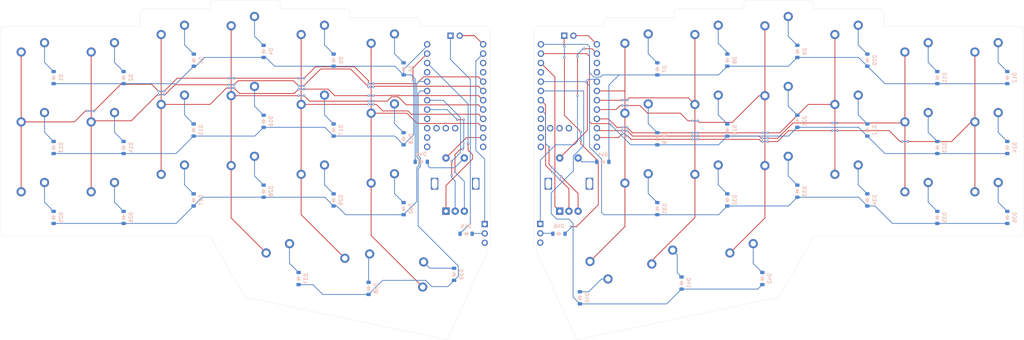
<source format=kicad_pcb>
(kicad_pcb (version 20240108) (generator "pcbnew") (generator_version "8.0")
  (layers (0 "F.Cu" signal) (31 "B.Cu" signal) (34 "B.Paste" user) (35 "F.Paste" user) (36 "B.SilkS" user "B.Silkscreen") (37 "F.SilkS" user "F.Silkscreen") (38 "B.Mask" user) (39 "F.Mask" user) (44 "Edge.Cuts" user))
  (net 0 "")
  (net 1 "Net-(D1-A)")
  (net 2 "LR0")
  (net 3 "Net-(D2-A)")
  (net 4 "Net-(D3-A)")
  (net 5 "Net-(D4-A)")
  (net 6 "Net-(D5-A)")
  (net 7 "Net-(D6-A)")
  (net 8 "RR0")
  (net 9 "Net-(D7-A)")
  (net 10 "Net-(D8-A)")
  (net 11 "Net-(D9-A)")
  (net 12 "Net-(D10-A)")
  (net 13 "Net-(D11-A)")
  (net 14 "Net-(D12-A)")
  (net 15 "Net-(D13-A)")
  (net 16 "LR1")
  (net 17 "Net-(D14-A)")
  (net 18 "Net-(D15-A)")
  (net 19 "Net-(D16-A)")
  (net 20 "Net-(D17-A)")
  (net 21 "Net-(D18-A)")
  (net 22 "RR1")
  (net 23 "Net-(D19-A)")
  (net 24 "Net-(D20-A)")
  (net 25 "Net-(D21-A)")
  (net 26 "Net-(D22-A)")
  (net 27 "Net-(D23-A)")
  (net 28 "Net-(D24-A)")
  (net 29 "LR2")
  (net 30 "Net-(D25-A)")
  (net 31 "Net-(D26-A)")
  (net 32 "Net-(D27-A)")
  (net 33 "Net-(D28-A)")
  (net 34 "Net-(D29-A)")
  (net 35 "Net-(D30-A)")
  (net 36 "Net-(D31-A)")
  (net 37 "RR2")
  (net 38 "Net-(D32-A)")
  (net 39 "Net-(D33-A)")
  (net 40 "Net-(D34-A)")
  (net 41 "Net-(D35-A)")
  (net 42 "Net-(D36-A)")
  (net 43 "LR3")
  (net 44 "Net-(D37-A)")
  (net 45 "Net-(D38-A)")
  (net 46 "Net-(D39-A)")
  (net 47 "Net-(D40-A)")
  (net 48 "RR3")
  (net 49 "Net-(D41-A)")
  (net 50 "Net-(D42-A)")
  (net 51 "Net-(D43-A)")
  (net 52 "Net-(D44-A)")
  (net 53 "Net-(D45-K)")
  (net 54 "Net-(D45-A)")
  (net 55 "Net-(D46-K)")
  (net 56 "Net-(D46-A)")
  (net 57 "LB+")
  (net 58 "RB+")
  (net 59 "LC0")
  (net 60 "LC1")
  (net 61 "LC2")
  (net 62 "LC3")
  (net 63 "LC4")
  (net 64 "LC5")
  (net 65 "RC1")
  (net 66 "RC2")
  (net 67 "RC3")
  (net 68 "RC4")
  (net 69 "RC5")
  (net 70 "RC6")
  (net 71 "LGND2")
  (net 72 "LB")
  (net 73 "LC6")
  (net 74 "LC")
  (net 75 "RC0")
  (net 76 "RB")
  (net 77 "RC")
  (net 78 "RGND2")
  (net 80 "LGND")
  (net 81 "RGND")
  (footprint "Rotary_Encoder:RotaryEncoder_Alps_EC11E-Switch_Vertical_H20mm" (layer "F.Cu") (at 133.826552 76.258572 90)
    (property "Reference" "SW43" (hide yes))
    (property "Value" "RotaryEncoder_Switch")
  )
  (footprint "ScottoKeebs_MX:MX_PCB_1.00u" (layer "F.Cu") (at 22.026552 35.421072)
    (property "Reference" "SW1" (hide yes))
    (property "Value" "SW_Push_45deg")
  )
  (footprint "MountingHole:MountingHole_2.2mm_M2" (layer "F.Cu") (at 272.057584 44.946056)
    (property "Reference" "REF**" (hide yes))
    (property "Value" "MountingHole_2.2mm_M2")
  )
  (footprint "ScottoKeebs_MX:MX_PCB_1.00u" (layer "F.Cu") (at 98.226552 68.758572)
    (property "Reference" "SW29" (hide yes))
    (property "Value" "SW_Push_45deg")
  )
  (footprint "ScottoKeebs_MX:MX_PCB_1.00u" (layer "F.Cu") (at 281.582802 35.421072)
    (property "Reference" "SW12" (hide yes))
    (property "Value" "SW_Push_45deg")
  )
  (footprint "ScottoKeebs_MX:MX_PCB_1.00u" (layer "F.Cu") (at 224.432802 47.327322)
    (property "Reference" "SW21" (hide yes))
    (property "Value" "SW_Push_45deg")
  )
  (footprint "Connector_PinHeader_2.54mm:PinHeader_1x02_P2.54mm_Horizontal" (layer "F.Cu") (at 137.560812 28.421834 -90)
    (property "Reference" "J1" (hide yes))
    (property "Value" "Conn_01x02_Socket")
  )
  (footprint "ScottoKeebs_MCU:Nice_Nano_V2" (layer "F.Cu") (at 136.326552 44.476072)
    (property "Reference" "U1" (hide yes))
    (property "Value" "Nice_Nano_V2" (hide yes))
  )
  (footprint "ScottoKeebs_MX:MX_PCB_1.00u" (layer "F.Cu") (at 281.582802 73.521072)
    (property "Reference" "SW36" (hide yes))
    (property "Value" "SW_Push_45deg")
  )
  (footprint "ScottoKeebs_MX:MX_PCB_1.00u" (layer "F.Cu") (at 186.332802 33.039822)
    (property "Reference" "SW7" (hide yes))
    (property "Value" "SW_Push_45deg")
  )
  (footprint "ScottoKeebs_MX:MX_PCB_1.00u" (layer "F.Cu") (at 79.176552 28.277322)
    (property "Reference" "SW4" (hide yes))
    (property "Value" "SW_Push_45deg")
  )
  (footprint "ScottoKeebs_MX:MX_PCB_1.00u" (layer "F.Cu") (at 60.126552 30.658572)
    (property "Reference" "SW3" (hide yes))
    (property "Value" "SW_Push_45deg")
  )
  (footprint "Connector_PinHeader_2.54mm:PinHeader_1x02_P2.54mm_Horizontal" (layer "F.Cu") (at 168.517036 28.421834 -90)
    (property "Reference" "J2" (hide yes))
    (property "Value" "Conn_01x02_Socket" (hide yes))
  )
  (footprint "ScottoKeebs_MX:MX_PCB_1.00u" (layer "F.Cu") (at 98.226552 49.708572)
    (property "Reference" "SW17" (hide yes))
    (property "Value" "SW_Push_45deg")
  )
  (footprint "ScottoKeebs_MX:MX_PCB_1.00u" (layer "F.Cu") (at 243.482802 49.708572)
    (property "Reference" "SW22" (hide yes))
    (property "Value" "SW_Push_45deg")
  )
  (footprint "ScottoKeebs_MX:MX_PCB_1.00u" (layer "F.Cu") (at 41.076552 73.521072)
    (property "Reference" "SW26" (hide yes))
    (property "Value" "SW_Push_45deg")
  )
  (footprint "ScottoKeebs_MX:MX_PCB_1.50u" (layer "F.Cu") (at 131.358036 94.474298 66.12)
    (property "Reference" "SW39" (hide yes))
    (property "Value" "SW_Push_45deg")
  )
  (footprint "Rotary_Encoder:RotaryEncoder_Alps_EC11E-Switch_Vertical_H20mm" (layer "F.Cu") (at 164.782802 76.258572 90)
    (property "Reference" "SW44" (hide yes))
    (property "Value" "RotaryEncoder_Switch")
  )
  (footprint "MountingHole:MountingHole_2.2mm_M2" (layer "F.Cu") (at 31.551536 63.99604)
    (property "Reference" "REF**" (hide yes))
    (property "Value" "MountingHole_2.2mm_M2")
  )
  (footprint "ScottoKeebs_MX:MX_PCB_1.00u" (layer "F.Cu") (at 186.332802 52.089822)
    (property "Reference" "SW19" (hide yes))
    (property "Value" "SW_Push_45deg")
  )
  (footprint "ScottoKeebs_MX:MX_PCB_1.50u" (layer "F.Cu") (at 172.251184 94.474298 -66.12)
    (property "Reference" "SW40" (hide yes))
    (property "Value" "SW_Push_45deg")
  )
  (footprint "MountingHole:MountingHole_2.2mm_M2" (layer "F.Cu") (at 195.857802 41.374197)
    (property "Reference" "REF**" (hide yes))
    (property "Value" "MountingHole_2.2mm_M2")
  )
  (footprint "MountingHole:MountingHole_2.2mm_M2" (layer "F.Cu") (at 107.751472 80.664776)
    (property "Reference" "REF**" (hide yes))
    (property "Value" "MountingHole_2.2mm_M2")
  )
  (footprint "ScottoKeebs_MX:MX_PCB_1.00u" (layer "F.Cu") (at 262.532802 73.521072)
    (property "Reference" "SW35" (hide yes))
    (property "Value" "SW_Push_45deg")
  )
  (footprint "ScottoKeebs_MX:MX_PCB_1.00u" (layer "F.Cu") (at 262.532802 54.471072)
    (property "Reference" "SW23" (hide yes))
    (property "Value" "SW_Push_45deg")
  )
  (footprint "ScottoKeebs_MX:MX_PCB_1.00u" (layer "F.Cu") (at 109.516077 92.366498 -11.94)
    (property "Reference" "SW38" (hide yes))
    (property "Value" "SW_Push_45deg")
  )
  (footprint "ScottoKeebs_MX:MX_PCB_1.00u" (layer "F.Cu") (at 262.532802 35.421072)
    (property "Reference" "SW11" (hide yes))
    (property "Value" "SW_Push_45deg")
  )
  (footprint "ScottoKeebs_MX:MX_PCB_1.00u" (layer "F.Cu") (at 205.382802 49.708572)
    (property "Reference" "SW20" (hide yes))
    (property "Value" "SW_Push_45deg")
  )
  (footprint "MountingHole:MountingHole_2.2mm_M2" (layer "F.Cu") (at 31.551536 44.946056)
    (property "Reference" "REF**" (hide yes))
    (property "Value" "MountingHole_2.2mm_M2")
  )
  (footprint "ScottoKeebs_MX:MX_PCB_1.00u" (layer "F.Cu") (at 205.382802 30.658572)
    (property "Reference" "SW8" (hide yes))
    (property "Value" "SW_Push_45deg")
  )
  (footprint "ScottoKeebs_MX:MX_PCB_1.00u" (layer "F.Cu") (at 88.701552 90.189822)
    (property "Reference" "SW37" (hide yes))
    (property "Value" "SW_Push_45deg")
  )
  (footprint "ScottoKeebs_MX:MX_PCB_1.00u" (layer "F.Cu") (at 117.276552 52.089822)
    (property "Reference" "SW18" (hide yes))
    (property "Value" "SW_Push_45deg")
  )
  (footprint "ScottoKeebs_MX:MX_PCB_1.00u" (layer "F.Cu") (at 214.907802 90.189822)
    (property "Reference" "SW42" (hide yes))
    (property "Value" "SW_Push_45deg")
  )
  (footprint "ScottoKeebs_MX:MX_PCB_1.00u" (layer "F.Cu") (at 281.582802 54.471072)
    (property "Reference" "SW24" (hide yes))
    (property "Value" "SW_Push_45deg")
  )
  (footprint "ScottoKeebs_MX:MX_PCB_1.00u" (layer "F.Cu") (at 60.126552 68.758572)
    (property "Reference" "SW27" (hide yes))
    (property "Value" "SW_Push_45deg")
  )
  (footprint "ScottoKeebs_MX:MX_PCB_1.00u" (layer "F.Cu") (at 41.076552 54.471072)
    (property "Reference" "SW14" (hide yes))
    (property "Value" "SW_Push_45deg")
  )
  (footprint "MountingHole:MountingHole_2.2mm_M2" (layer "F.Cu") (at 272.057584 63.99604)
    (property "Reference" "REF**" (hide yes))
    (property "Value" "MountingHole_2.2mm_M2")
  )
  (footprint "ScottoKeebs_MX:MX_PCB_1.00u" (layer "F.Cu") (at 60.126552 49.708572)
    (property "Reference" "SW15" (hide yes))
    (property "Value" "SW_Push_45deg")
  )
  (footprint "ScottoKeebs_MX:MX_PCB_1.00u" (layer "F.Cu") (at 194.093276 92.366499 11.94)
    (property "Reference" "SW41" (hide yes))
    (property "Value" "SW_Push_45deg")
  )
  (footprint "ScottoKeebs_MX:MX_PCB_1.00u" (layer "F.Cu") (at 98.226552 30.658572)
    (property "Reference" "SW5" (hide yes))
    (property "Value" "SW_Push_45deg")
  )
  (footprint "ScottoKeebs_MX:MX_PCB_1.00u" (layer "F.Cu") (at 224.432802 28.277322)
    (property "Reference" "SW9" (hide yes))
    (property "Value" "SW_Push_45deg")
  )
  (footprint "ScottoKeebs_MX:MX_PCB_1.00u" (layer "F.Cu") (at 205.382802 68.758572)
    (property "Reference" "SW32" (hide yes))
    (property "Value" "SW_Push_45deg")
  )
  (footprint "ScottoKeebs_MX:MX_PCB_1.00u" (layer "F.Cu") (at 186.332802 71.139822)
    (property "Reference" "SW31" (hide yes))
    (property "Value" "SW_Push_45deg")
  )
  (footprint "ScottoKeebs_MX:MX_PCB_1.00u" (layer "F.Cu") (at 22.026552 54.471072)
    (property "Reference" "SW13" (hide yes))
    (property "Value" "SW_Push_45deg")
  )
  (footprint "MountingHole:MountingHole_2.2mm_M2" (layer "F.Cu") (at 107.751552 41.374197)
    (property "Reference" "REF**" (hide yes))
    (property "Value" "MountingHole_2.2mm_M2")
  )
  (footprint "ScottoKeebs_MX:MX_PCB_1.00u" (layer "F.Cu") (at 79.176552 66.377322)
    (property "Reference" "SW28" (hide yes))
    (property "Value" "SW_Push_45deg")
  )
  (footprint "ScottoKeebs_MX:MX_PCB_1.00u" (layer "F.Cu") (at 22.026552 73.521072)
    (property "Reference" "SW25" (hide yes))
    (property "Value" "SW_Push_45deg")
  )
  (footprint "ScottoKeebs_MX:MX_PCB_1.00u" (layer "F.Cu") (at 243.482802 30.658572)
    (property "Reference" "SW10" (hide yes))
    (property "Value" "SW_Push_45deg")
  )
  (footprint "ScottoKeebs_MX:MX_PCB_1.00u" (layer "F.Cu") (at 41.076552 35.421072)
    (property "Reference" "SW2" (hide yes))
    (property "Value" "SW_Push_45deg")
  )
  (footprint "MountingHole:MountingHole_2.2mm_M2" (layer "F.Cu") (at 195.857802 80.664776)
    (property "Reference" "REF**" (hide yes))
    (property "Value" "MountingHole_2.2mm_M2")
  )
  (footprint "Connector_PinHeader_2.54mm:PinHeader_1x03_P2.54mm_Horizontal" (layer "F.Cu") (at 159.50298 79.743506)
    (property "Reference" "SW46" (hide yes))
    (property "Value" "SW_Reed_SPDT" (hide yes))
  )
  (footprint "ScottoKeebs_MX:MX_PCB_1.00u" (layer "F.Cu") (at 117.276552 71.139822)
    (property "Reference" "SW30" (hide yes))
    (property "Value" "SW_Push_45deg")
  )
  (footprint "ScottoKeebs_MX:MX_PCB_1.00u" (layer "F.Cu") (at 79.176552 47.327322)
    (property "Reference" "SW16" (hide yes))
    (property "Value" "SW_Push_45deg")
  )
  (footprint "ScottoKeebs_MCU:Nice_Nano_V2" (layer "F.Cu") (at 167.282802 44.476072)
    (property "Reference" "U2" (hide yes))
    (property "Value" "Nice_Nano_V2" (hide yes))
  )
  (footprint "ScottoKeebs_MX:MX_PCB_1.00u" (layer "F.Cu") (at 224.432802 66.377322)
    (property "Reference" "SW33" (hide yes))
    (property "Value" "SW_Push_45deg")
  )
  (footprint "ScottoKeebs_MX:MX_PCB_1.00u" (layer "F.Cu") (at 117.276552 33.039822)
    (property "Reference" "SW6" (hide yes))
    (property "Value" "SW_Push_45deg")
  )
  (footprint "ScottoKeebs_MX:MX_PCB_1.00u" (layer "F.Cu") (at 243.482802 68.758572)
    (property "Reference" "SW34" (hide yes))
    (property "Value" "SW_Push_45deg")
  )
  (footprint "Connector_PinHeader_2.54mm:PinHeader_1x03_P2.54mm_Horizontal" (layer "F.Cu") (at 144.377212 79.78585)
    (property "Reference" "SW45" (hide yes))
    (property "Value" "SW_Reed_SPDT")
  )
  (footprint "ScottoKeebs_Components:Diode_SOD-123" (layer "B.Cu") (at 112.770988 97.302242 90)
    (property "Reference" "D38")
    (property "Value" "US2BA")
  )
  (footprint "ScottoKeebs_Components:Diode_SOD-123" (layer "B.Cu") (at 248.502124 35.092138 90)
    (property "Reference" "D10")
    (property "Value" "US2BA")
  )
  (footprint "ScottoKeebs_Components:Diode_SOD-123" (layer "B.Cu") (at 267.552108 39.854634 90)
    (property "Reference" "D11")
    (property "Value" "US2BA")
  )
  (footprint "ScottoKeebs_Components:Diode_SOD-123" (layer "B.Cu") (at 210.402156 54.142122 90)
    (property "Reference" "D20")
    (property "Value" "US2BA")
  )
  (footprint "ScottoKeebs_Components:Diode_SOD-123" (layer "B.Cu") (at 103.245996 73.192106 90)
    (property "Reference" "D29")
    (property "Value" "US2BA")
  )
  (footprint "ScottoKeebs_Components:Diode_SOD-123" (layer "B.Cu") (at 27.04606 39.854634 90)
    (property "Reference" "D1")
    (property "Value" "US2BA")
  )
  (footprint "ScottoKeebs_Components:Diode_SOD-123" (layer "B.Cu") (at 170.25922 99.876458 90)
    (property "Reference" "D40")
    (property "Value" "US2BA")
  )
  (footprint "ScottoKeebs_Components:Diode_SOD-123" (layer "B.Cu") (at 46.096044 58.904618 90)
    (property "Reference" "D14")
    (property "Value" "US2BA")
  )
  (footprint "ScottoKeebs_Components:Diode_SOD-123" (layer "B.Cu") (at 103.245996 35.092138 90)
    (property "Reference" "D5")
    (property "Value" "US2BA")
  )
  (footprint "ScottoKeebs_Components:Diode_SOD-123" (layer "B.Cu") (at 229.45214 51.760874 90)
    (property "Reference" "D21")
    (property "Value" "US2BA")
  )
  (footprint "ScottoKeebs_Components:Diode_SOD-123" (layer "B.Cu") (at 191.352172 56.52337 90)
    (property "Reference" "D19")
    (property "Value" "US2BA")
  )
  (footprint "ScottoKeebs_Components:Diode_SOD-123" (layer "B.Cu") (at 139.302996 82.410066 180)
    (property "Reference" "D45")
    (property "Value" "US2BA")
  )
  (footprint "ScottoKeebs_Components:Diode_SOD-123" (layer "B.Cu") (at 191.352172 75.573354 90)
    (property "Reference" "D31")
    (property "Value" "US2BA")
  )
  (footprint "ScottoKeebs_Components:Diode_SOD-123" (layer "B.Cu") (at 191.352172 37.473386 90)
    (property "Reference" "D7")
    (property "Value" "US2BA")
  )
  (footprint "ScottoKeebs_Components:Diode_SOD-123" (layer "B.Cu") (at 93.721004 94.623338 90)
    (property "Reference" "D37")
    (property "Value" "US2BA")
  )
  (footprint "ScottoKeebs_Components:Diode_SOD-123" (layer "B.Cu") (at 267.552108 77.954602 90)
    (property "Reference" "D35")
    (property "Value" "US2BA")
  )
  (footprint "ScottoKeebs_Components:Diode_SOD-123" (layer "B.Cu") (at 65.186652 35.092138 90)
    (property "Reference" "D3")
    (property "Value" "US2BA")
  )
  (footprint "ScottoKeebs_Components:Diode_SOD-123" (layer "B.Cu") (at 286.602092 58.904618 90)
    (property "Reference" "D24")
    (property "Value" "US2BA")
  )
  (footprint "ScottoKeebs_Components:Diode_SOD-123" (layer "B.Cu") (at 267.552108 58.904618 90)
    (property "Reference" "D23")
    (property "Value" "US2BA")
  )
  (footprint "ScottoKeebs_Components:Diode_SOD-123" (layer "B.Cu") (at 286.602092 39.854634 90)
    (property "Reference" "D12")
    (property "Value" "US2BA")
  )
  (footprint "ScottoKeebs_Components:Diode_SOD-123" (layer "B.Cu") (at 229.45214 32.71089 90)
    (property "Reference" "D9")
    (property "Value" "US2BA")
  )
  (footprint "ScottoKeebs_Components:Diode_SOD-123" (layer "B.Cu") (at 65.146028 73.192106 90)
    (property "Reference" "D27")
    (property "Value" "US2BA")
  )
  (footprint "ScottoKeebs_Components:Diode_SOD-123" (layer "B.Cu") (at 122.29598 75.573354 90)
    (property "Reference" "D30")
    (property "Value" "US2BA")
  )
  (footprint "ScottoKeebs_Components:Diode_SOD-123" (layer "B.Cu") (at 65.146028 54.142122 90)
    (property "Reference" "D15")
    (property "Value" "US2BA")
  )
  (footprint "ScottoKeebs_Components:Diode_SOD-123" (layer "B.Cu") (at 122.29598 56.52337 90)
    (property "Reference" "D18")
    (property "Value" "US2BA")
  )
  (footprint "ScottoKeebs_Components:Diode_SOD-123" (layer "B.Cu") (at 248.502124 54.142122 90)
    (property "Reference" "D22")
    (property "Value" "US2BA")
  )
  (footprint "ScottoKeebs_Components:Diode_SOD-123" (layer "B.Cu") (at 122.29598 37.473386 90)
    (property "Reference" "D6")
    (property "Value" "US2BA")
  )
  (footprint "ScottoKeebs_Components:Diode_SOD-123" (layer "B.Cu") (at 219.927148 94.623338 90)
    (property "Reference" "D42")
    (property "Value" "US2BA")
  )
  (footprint "ScottoKeebs_Components:Diode_SOD-123" (layer "B.Cu") (at 46.096044 77.954602 90)
    (property "Reference" "D26")
    (property "Value" "US2BA")
  )
  (footprint "ScottoKeebs_Components:Diode_SOD-123" (layer "B.Cu") (at 136.02878 93.463962 90)
    (property "Reference" "D39")
    (property "Value" "US2BA")
  )
  (footprint "ScottoKeebs_Components:Diode_SOD-123" (layer "B.Cu") (at 229.45214 70.810858 90)
    (property "Reference" "D33")
    (property "Value" "US2BA")
  )
  (footprint "ScottoKeebs_Components:Diode_SOD-123" (layer "B.Cu") (at 248.502124 73.192106 90)
    (property "Reference" "D34")
    (property "Value" "US2BA")
  )
  (footprint "ScottoKeebs_Components:Diode_SOD-123" (layer "B.Cu") (at 46.096044 39.854634 90)
    (property "Reference" "D2")
    (property "Value" "US2BA")
  )
  (footprint "ScottoKeebs_Components:Diode_SOD-123" (layer "B.Cu") (at 164.572508 82.410066)
    (property "Reference" "D46")
    (property "Value" "US2BA")
  )
  (footprint "ScottoKeebs_Components:Diode_SOD-123" (layer "B.Cu") (at 84.196012 70.810858 90)
    (property "Reference" "D28")
    (property "Value" "US2BA")
  )
  (footprint "ScottoKeebs_Components:Diode_SOD-123" (layer "B.Cu") (at 127.0991 62.805394)
    (property "Reference" "D43")
    (property "Value" "US2BA")
  )
  (footprint "ScottoKeebs_Components:Diode_SOD-123" (layer "B.Cu") (at 176.509996 62.805394 180)
    (property "Reference" "D44")
    (property "Value" "US2BA")
  )
  (footprint "ScottoKeebs_Components:Diode_SOD-123" (layer "B.Cu") (at 84.196012 32.71089 90)
    (property "Reference" "D4")
    (property "Value" "US2BA")
  )
  (footprint "ScottoKeebs_Components:Diode_SOD-123" (layer "B.Cu") (at 197.941228 95.84521 90)
    (property "Reference" "D41")
    (property "Value" "US2BA")
  )
  (footprint "ScottoKeebs_Components:Diode_SOD-123" (layer "B.Cu") (at 210.402156 35.092138 90)
    (property "Reference" "D8")
    (property "Value" "US2BA")
  )
  (footprint "ScottoKeebs_Components:Diode_SOD-123" (layer "B.Cu") (at 286.602092 77.954602 90)
    (property "Reference" "D36")
    (property "Value" "US2BA")
  )
  (footprint "ScottoKeebs_Components:Diode_SOD-123" (layer "B.Cu") (at 210.402156 73.192106 90)
    (property "Reference" "D32")
    (property "Value" "US2BA")
  )
  (footprint "ScottoKeebs_Components:Diode_SOD-123" (layer "B.Cu") (at 27.04606 77.954602 90)
    (property "Reference" "D25")
    (property "Value" "US2BA")
  )
  (footprint "ScottoKeebs_Components:Diode_SOD-123" (layer "B.Cu") (at 103.245996 54.142122 90)
    (property "Reference" "D17")
    (property "Value" "US2BA")
  )
  (footprint "ScottoKeebs_Components:Diode_SOD-123" (layer "B.Cu") (at 27.04606 58.904618 90)
    (property "Reference" "D13")
    (property "Value" "US2BA")
  )
  (footprint "ScottoKeebs_Components:Diode_SOD-123" (layer "B.Cu") (at 84.196012 51.760874 90)
    (property "Reference" "D16")
    (property "Value" "US2BA")
  )
  (gr_line (start 137.560812 28.421834) (end 141.53358 28.422794) (stroke (width 0.2)) (layer "F.Cu") (net 57))
  (gr_line (start 107.751552 22.324197) (end 107.751552 23.514822) (stroke (width 0.05)) (layer "Edge.Cuts"))
  (gr_line (start 233.957802 21.133572) (end 251.817177 21.133572) (stroke (width 0.05)) (layer "Edge.Cuts"))
  (gr_arc (start 251.817177 21.133572) (mid 252.659077 21.482297) (end 253.007802 22.324197) (stroke (width 0.05)) (layer "Edge.Cuts"))
  (gr_arc (start 232.767177 18.752322) (mid 233.609095 19.101044) (end 233.957802 19.942947) (stroke (width 0.05)) (layer "Edge.Cuts"))
  (gr_line (start 13.692177 25.896072) (end 50.601552 25.896072) (stroke (width 0.05)) (layer "Edge.Cuts"))
  (gr_arc (start 87.510927 18.752322) (mid 88.352812 19.101062) (end 88.701552 19.942947) (stroke (width 0.05)) (layer "Edge.Cuts"))
  (gr_arc (start 195.857802 22.324197) (mid 196.20653 21.482313) (end 197.048427 21.133572) (stroke (width 0.05)) (layer "Edge.Cuts"))
  (gr_line (start 88.701552 19.942947) (end 88.701552 21.133572) (stroke (width 0.05)) (layer "Edge.Cuts"))
  (gr_line (start 177.998427 23.514822) (end 195.857802 23.514822) (stroke (width 0.05)) (layer "Edge.Cuts"))
  (gr_line (start 233.957802 19.942947) (end 233.957802 21.133572) (stroke (width 0.05)) (layer "Edge.Cuts"))
  (gr_arc (start 176.807802 24.705447) (mid 177.156547 23.863595) (end 177.998427 23.514822) (stroke (width 0.05)) (layer "Edge.Cuts"))
  (gr_arc (start 50.601552 22.324197) (mid 50.950277 21.482295) (end 51.792177 21.133572) (stroke (width 0.05)) (layer "Edge.Cuts"))
  (gr_arc (start 291.107802 81.855447) (mid 290.759092 82.697375) (end 289.917177 83.046072) (stroke (width 0.05)) (layer "Edge.Cuts"))
  (gr_line (start 69.651552 83.046072) (end 13.692177 83.046072) (stroke (width 0.05)) (layer "Edge.Cuts"))
  (gr_line (start 158.948427 25.896072) (end 176.807802 25.896072) (stroke (width 0.05)) (layer "Edge.Cuts"))
  (gr_line (start 134.242844 111.323322) (end 145.851428 85.42725) (stroke (width 0.05)) (layer "Edge.Cuts"))
  (gr_line (start 126.801552 25.896072) (end 144.660927 25.896072) (stroke (width 0.05)) (layer "Edge.Cuts"))
  (gr_line (start 157.757668 85.42725) (end 169.366252 111.323322) (stroke (width 0.05)) (layer "Edge.Cuts"))
  (gr_line (start 69.651552 21.133572) (end 69.651552 19.942947) (stroke (width 0.05)) (layer "Edge.Cuts"))
  (gr_line (start 291.107802 81.855447) (end 291.107802 27.086697) (stroke (width 0.05)) (layer "Edge.Cuts"))
  (gr_arc (start 144.660927 25.896072) (mid 145.502795 26.244815) (end 145.851552 27.086697) (stroke (width 0.05)) (layer "Edge.Cuts"))
  (gr_arc (start 289.917177 25.896072) (mid 290.759077 26.244797) (end 291.107802 27.086697) (stroke (width 0.05)) (layer "Edge.Cuts"))
  (gr_arc (start 69.651552 19.942947) (mid 70.000294 19.101077) (end 70.842177 18.752322) (stroke (width 0.05)) (layer "Edge.Cuts"))
  (gr_line (start 51.792177 21.133572) (end 69.651552 21.133572) (stroke (width 0.05)) (layer "Edge.Cuts"))
  (gr_line (start 169.366252 111.323322) (end 224.432802 99.714822) (stroke (width 0.05)) (layer "Edge.Cuts"))
  (gr_line (start 157.757802 27.086697) (end 157.757668 85.42725) (stroke (width 0.05)) (layer "Edge.Cuts"))
  (gr_line (start 69.651552 83.046072) (end 79.176484 99.714738) (stroke (width 0.05)) (layer "Edge.Cuts"))
  (gr_line (start 107.751552 23.514822) (end 125.610927 23.514822) (stroke (width 0.05)) (layer "Edge.Cuts"))
  (gr_line (start 214.907802 21.133572) (end 214.907802 19.942947) (stroke (width 0.05)) (layer "Edge.Cuts"))
  (gr_arc (start 214.907802 19.942947) (mid 215.256547 19.101095) (end 216.098427 18.752322) (stroke (width 0.05)) (layer "Edge.Cuts"))
  (gr_line (start 176.807802 25.896072) (end 176.807802 24.705447) (stroke (width 0.05)) (layer "Edge.Cuts"))
  (gr_arc (start 157.757802 27.086697) (mid 158.10653 26.244813) (end 158.948427 25.896072) (stroke (width 0.05)) (layer "Edge.Cuts"))
  (gr_line (start 216.098427 18.752322) (end 232.767177 18.752322) (stroke (width 0.05)) (layer "Edge.Cuts"))
  (gr_line (start 224.432802 99.714822) (end 233.957802 83.046072) (stroke (width 0.05)) (layer "Edge.Cuts"))
  (gr_line (start 88.701552 21.133572) (end 106.560927 21.133572) (stroke (width 0.05)) (layer "Edge.Cuts"))
  (gr_line (start 50.601552 25.896072) (end 50.601552 22.324197) (stroke (width 0.05)) (layer "Edge.Cuts"))
  (gr_line (start 79.176484 99.714738) (end 134.242844 111.323322) (stroke (width 0.05)) (layer "Edge.Cuts"))
  (gr_line (start 197.048427 21.133572) (end 214.907802 21.133572) (stroke (width 0.05)) (layer "Edge.Cuts"))
  (gr_line (start 126.801552 24.705447) (end 126.801552 25.896072) (stroke (width 0.05)) (layer "Edge.Cuts"))
  (gr_line (start 195.857802 23.514822) (end 195.857802 22.324197) (stroke (width 0.05)) (layer "Edge.Cuts"))
  (gr_line (start 253.007802 25.896072) (end 289.917177 25.896072) (stroke (width 0.05)) (layer "Edge.Cuts"))
  (gr_line (start 70.842177 18.752322) (end 87.510927 18.752322) (stroke (width 0.05)) (layer "Edge.Cuts"))
  (gr_line (start 12.501552 81.855447) (end 12.501552 27.086697) (stroke (width 0.05)) (layer "Edge.Cuts"))
  (gr_arc (start 12.501552 27.086697) (mid 12.850277 26.244795) (end 13.692177 25.896072) (stroke (width 0.05)) (layer "Edge.Cuts"))
  (gr_arc (start 13.692177 83.046072) (mid 12.850297 82.697342) (end 12.501552 81.855447) (stroke (width 0.05)) (layer "Edge.Cuts"))
  (gr_arc (start 125.610927 23.514822) (mid 126.452812 23.863562) (end 126.801552 24.705447) (stroke (width 0.05)) (layer "Edge.Cuts"))
  (gr_line (start 233.957802 83.046072) (end 289.917177 83.046072) (stroke (width 0.05)) (layer "Edge.Cuts"))
  (gr_line (start 253.007802 22.324197) (end 253.007802 25.896072) (stroke (width 0.05)) (layer "Edge.Cuts"))
  (gr_arc (start 106.560927 21.133572) (mid 107.402795 21.482315) (end 107.751552 22.324197) (stroke (width 0.05)) (layer "Edge.Cuts"))
  (gr_line (start 145.851428 85.42725) (end 145.851552 27.086697) (stroke (width 0.05)) (layer "Edge.Cuts"))
  (segment (start 24.566552 30.341072) (end 24.566552 35.725126) (width 0.2) (layer "B.Cu") (net 1))
  (segment (start 24.566552 35.725126) (end 27.04606 38.204634) (width 0.2) (layer "B.Cu") (net 1))
  (segment (start 27.04606 41.504634) (end 60.424156 41.504634) (width 0.2) (layer "B.Cu") (net 2))
  (segment (start 84.196012 34.36089) (end 84.791324 34.36089) (width 0.2) (layer "B.Cu") (net 2))
  (segment (start 60.424156 41.504634) (end 65.186652 36.742138) (width 0.2) (layer "B.Cu") (net 2))
  (segment (start 65.186652 36.742138) (end 65.74134 36.742138) (width 0.2) (layer "B.Cu") (net 2))
  (segment (start 124.379572 39.123386) (end 122.29598 39.123386) (width 0.2) (layer "B.Cu") (net 2))
  (segment (start 68.122588 34.36089) (end 84.196012 34.36089) (width 0.2) (layer "B.Cu") (net 2))
  (segment (start 119.914732 36.742138) (end 122.29598 39.123386) (width 0.2) (layer "B.Cu") (net 2))
  (segment (start 122.29598 39.123386) (end 122.29598 37.635106) (width 0.2) (layer "B.Cu") (net 2))
  (segment (start 125.4491 62.805394) (end 125.4491 40.192914) (width 0.2) (layer "B.Cu") (net 2))
  (segment (start 84.791324 34.36089) (end 87.172572 36.742138) (width 0.2) (layer "B.Cu") (net 2))
  (segment (start 122.29598 37.635106) (end 128.706552 31.224534) (width 0.2) (layer "B.Cu") (net 2))
  (segment (start 125.4491 40.192914) (end 124.379572 39.123386) (width 0.2) (layer "B.Cu") (net 2))
  (segment (start 65.74134 36.742138) (end 68.122588 34.36089) (width 0.2) (layer "B.Cu") (net 2))
  (segment (start 103.245996 36.742138) (end 119.914732 36.742138) (width 0.2) (layer "B.Cu") (net 2))
  (segment (start 87.172572 36.742138) (end 103.245996 36.742138) (width 0.2) (layer "B.Cu") (net 2))
  (segment (start 128.706552 31.224534) (end 128.706552 30.786072) (width 0.2) (layer "B.Cu") (net 2))
  (segment (start 43.616552 35.725142) (end 46.096044 38.204634) (width 0.2) (layer "B.Cu") (net 3))
  (segment (start 43.616552 30.341072) (end 43.616552 35.725142) (width 0.2) (layer "B.Cu") (net 3))
  (segment (start 62.666552 30.922038) (end 62.666552 25.578572) (width 0.2) (layer "B.Cu") (net 4))
  (segment (start 65.186652 33.442138) (end 62.666552 30.922038) (width 0.2) (layer "B.Cu") (net 4))
  (segment (start 81.716552 28.58143) (end 81.716552 23.197322) (width 0.2) (layer "B.Cu") (net 5))
  (segment (start 84.196012 31.06089) (end 81.716552 28.58143) (width 0.2) (layer "B.Cu") (net 5))
  (segment (start 100.766552 30.962694) (end 100.766552 25.578572) (width 0.2) (layer "B.Cu") (net 6))
  (segment (start 103.245996 33.442138) (end 100.766552 30.962694) (width 0.2) (layer "B.Cu") (net 6))
  (segment (start 119.816552 33.343958) (end 119.816552 27.959822) (width 0.2) (layer "B.Cu") (net 7))
  (segment (start 122.29598 35.823386) (end 119.816552 33.343958) (width 0.2) (layer "B.Cu") (net 7))
  (segment (start 229.45214 34.36089) (end 246.120876 34.36089) (width 0.2) (layer "B.Cu") (net 8))
  (segment (start 180.934212 39.123386) (end 191.352172 39.123386) (width 0.2) (layer "B.Cu") (net 8))
  (segment (start 227.070892 36.742138) (end 229.45214 34.36089) (width 0.2) (layer "B.Cu") (net 8))
  (segment (start 191.352172 39.123386) (end 208.020908 39.123386) (width 0.2) (layer "B.Cu") (net 8))
  (segment (start 246.120876 34.36089) (end 248.502124 36.742138) (width 0.2) (layer "B.Cu") (net 8))
  (segment (start 175.87406 39.718698) (end 174.088124 39.718698) (width 0.2) (layer "B.Cu") (net 8))
  (segment (start 178.159996 41.897602) (end 180.934212 39.123386) (width 0.2) (layer "B.Cu") (net 8))
  (segment (start 172.302188 30.789018) (end 172.8975 31.38433) (width 0.2) (layer "B.Cu") (net 8))
  (segment (start 165.155498 30.786072) (end 159.662802 30.786072) (width 0.2) (layer "B.Cu") (net 8))
  (segment (start 253.26462 41.504634) (end 267.552108 41.504634) (width 0.2) (layer "B.Cu") (net 8))
  (segment (start 176.469372 39.123386) (end 175.87406 39.718698) (width 0.2) (layer "B.Cu") (net 8))
  (segment (start 178.159996 62.805394) (end 178.159996 41.897602) (width 0.2) (layer "B.Cu") (net 8))
  (segment (start 248.502124 36.742138) (end 253.26462 41.504634) (width 0.2) (layer "B.Cu") (net 8))
  (segment (start 172.8975 31.38433) (end 172.8975 38.528074) (width 0.2) (layer "B.Cu") (net 8))
  (segment (start 208.020908 39.123386) (end 210.402156 36.742138) (width 0.2) (layer "B.Cu") (net 8))
  (segment (start 180.934212 39.123386) (end 176.469372 39.123386) (width 0.2) (layer "B.Cu") (net 8))
  (segment (start 267.552108 41.504634) (end 286.602092 41.504634) (width 0.2) (layer "B.Cu") (net 8))
  (segment (start 210.402156 36.742138) (end 227.070892 36.742138) (width 0.2) (layer "B.Cu") (net 8))
  (segment (start 165.158444 30.789018) (end 172.302188 30.789018) (width 0.2) (layer "B.Cu") (net 8))
  (segment (start 165.155498 30.786072) (end 165.158444 30.789018) (width 0.2) (layer "B.Cu") (net 8))
  (segment (start 174.088124 39.718698) (end 172.8975 38.528074) (width 0.2) (layer "B.Cu") (net 8))
  (segment (start 191.352172 35.823386) (end 188.872802 33.344016) (width 0.2) (layer "B.Cu") (net 9))
  (segment (start 188.872802 33.344016) (end 188.872802 27.959822) (width 0.2) (layer "B.Cu") (net 9))
  (segment (start 210.402156 33.442138) (end 210.402156 32.992138) (width 0.2) (layer "B.Cu") (net 10))
  (segment (start 210.402156 32.992138) (end 207.922802 30.512784) (width 0.2) (layer "B.Cu") (net 10))
  (segment (start 207.922802 30.512784) (end 207.922802 25.578572) (width 0.2) (layer "B.Cu") (net 10))
  (segment (start 226.972802 28.581552) (end 226.972802 23.197322) (width 0.2) (layer "B.Cu") (net 11))
  (segment (start 229.45214 31.06089) (end 226.972802 28.581552) (width 0.2) (layer "B.Cu") (net 11))
  (segment (start 246.022802 30.962816) (end 246.022802 25.578572) (width 0.2) (layer "B.Cu") (net 12))
  (segment (start 248.502124 33.442138) (end 246.022802 30.962816) (width 0.2) (layer "B.Cu") (net 12))
  (segment (start 265.072802 35.725328) (end 265.072802 30.341072) (width 0.2) (layer "B.Cu") (net 13))
  (segment (start 267.552108 38.204634) (end 265.072802 35.725328) (width 0.2) (layer "B.Cu") (net 13))
  (segment (start 284.122802 35.725344) (end 284.122802 30.341072) (width 0.2) (layer "B.Cu") (net 14))
  (segment (start 286.602092 38.204634) (end 284.122802 35.725344) (width 0.2) (layer "B.Cu") (net 14))
  (segment (start 24.566552 49.391072) (end 24.566552 54.77511) (width 0.2) (layer "B.Cu") (net 15))
  (segment (start 24.566552 54.77511) (end 27.04606 57.254618) (width 0.2) (layer "B.Cu") (net 15))
  (segment (start 124.8491 40.611666) (end 124.8491 37.183524) (width 0.2) (layer "F.Cu") (net 16))
  (segment (start 124.8491 37.183524) (end 128.706552 33.326072) (width 0.2) (layer "F.Cu") (net 16))
  (via (at 124.8491 40.611666) (size 0.6) (drill 0.3) (layers "F.Cu" "B.Cu") (net 16))
  (segment (start 60.383532 60.554618) (end 65.146028 55.792122) (width 0.2) (layer "B.Cu") (net 16))
  (segment (start 103.245996 55.792122) (end 119.914732 55.792122) (width 0.2) (layer "B.Cu") (net 16))
  (segment (start 100.864748 53.410874) (end 103.245996 55.792122) (width 0.2) (layer "B.Cu") (net 16))
  (segment (start 81.814764 55.792122) (end 84.196012 53.410874) (width 0.2) (layer "B.Cu") (net 16))
  (segment (start 65.146028 55.792122) (end 81.814764 55.792122) (width 0.2) (layer "B.Cu") (net 16))
  (segment (start 84.196012 53.410874) (end 100.864748 53.410874) (width 0.2) (layer "B.Cu") (net 16))
  (segment (start 27.04606 60.554618) (end 60.383532 60.554618) (width 0.2) (layer "B.Cu") (net 16))
  (segment (start 124.8491 40.611666) (end 125.0491 40.811666) (width 0.2) (layer "B.Cu") (net 16))
  (segment (start 125.0491 55.42025) (end 122.29598 58.17337) (width 0.2) (layer "B.Cu") (net 16))
  (segment (start 119.914732 55.792122) (end 122.29598 58.17337) (width 0.2) (layer "B.Cu") (net 16))
  (segment (start 125.0491 40.811666) (end 125.0491 55.42025) (width 0.2) (layer "B.Cu") (net 16))
  (segment (start 43.616552 49.391072) (end 43.616552 54.775126) (width 0.2) (layer "B.Cu") (net 17))
  (segment (start 43.616552 54.775126) (end 46.096044 57.254618) (width 0.2) (layer "B.Cu") (net 17))
  (segment (start 65.146028 52.492122) (end 62.666552 50.012646) (width 0.2) (layer "B.Cu") (net 18))
  (segment (start 62.666552 50.012646) (end 62.666552 44.628572) (width 0.2) (layer "B.Cu") (net 18))
  (segment (start 81.716552 47.631414) (end 81.716552 42.247322) (width 0.2) (layer "B.Cu") (net 19))
  (segment (start 84.196012 50.110874) (end 81.716552 47.631414) (width 0.2) (layer "B.Cu") (net 19))
  (segment (start 100.766552 44.628572) (end 100.766552 50.012678) (width 0.2) (layer "B.Cu") (net 20))
  (segment (start 100.766552 50.012678) (end 103.245996 52.492122) (width 0.2) (layer "B.Cu") (net 20))
  (segment (start 122.29598 54.87337) (end 119.816552 52.393942) (width 0.2) (layer "B.Cu") (net 21))
  (segment (start 119.816552 52.393942) (end 119.816552 47.009822) (width 0.2) (layer "B.Cu") (net 21))
  (segment (start 178.759996 52.815562) (end 178.327228 52.382794) (width 0.2) (layer "F.Cu") (net 22))
  (segment (start 173.3577 52.382794) (end 172.8975 51.922594) (width 0.2) (layer "F.Cu") (net 22))
  (segment (start 172.8975 34.063234) (end 172.160338 33.326072) (width 0.2) (layer "F.Cu") (net 22))
  (segment (start 172.8975 51.922594) (end 172.8975 34.063234) (width 0.2) (layer "F.Cu") (net 22))
  (segment (start 178.327228 52.382794) (end 173.3577 52.382794) (width 0.2) (layer "F.Cu") (net 22))
  (segment (start 172.160338 33.326072) (end 159.662802 33.326072) (width 0.2) (layer "F.Cu") (net 22))
  (via (at 178.759996 52.815562) (size 0.6) (drill 0.3) (layers "F.Cu" "B.Cu") (net 22))
  (segment (start 191.352172 58.17337) (end 184.117804 58.17337) (width 0.2) (layer "B.Cu") (net 22))
  (segment (start 208.020908 58.17337) (end 210.402156 55.792122) (width 0.2) (layer "B.Cu") (net 22))
  (segment (start 210.402156 55.792122) (end 227.070892 55.792122) (width 0.2) (layer "B.Cu") (net 22))
  (segment (start 246.120876 53.410874) (end 248.502124 55.792122) (width 0.2) (layer "B.Cu") (net 22))
  (segment (start 191.352172 58.17337) (end 208.020908 58.17337) (width 0.2) (layer "B.Cu") (net 22))
  (segment (start 184.117804 58.17337) (end 178.759996 52.815562) (width 0.2) (layer "B.Cu") (net 22))
  (segment (start 248.502124 55.792122) (end 253.26462 60.554618) (width 0.2) (layer "B.Cu") (net 22))
  (segment (start 267.552108 60.554618) (end 286.602092 60.554618) (width 0.2) (layer "B.Cu") (net 22))
  (segment (start 227.070892 55.792122) (end 229.45214 53.410874) (width 0.2) (layer "B.Cu") (net 22))
  (segment (start 253.26462 60.554618) (end 267.552108 60.554618) (width 0.2) (layer "B.Cu") (net 22))
  (segment (start 229.45214 53.410874) (end 246.120876 53.410874) (width 0.2) (layer "B.Cu") (net 22))
  (segment (start 191.352172 54.87337) (end 188.872802 52.394) (width 0.2) (layer "B.Cu") (net 23))
  (segment (start 188.872802 52.394) (end 188.872802 47.009822) (width 0.2) (layer "B.Cu") (net 23))
  (segment (start 210.402156 52.492122) (end 207.922802 50.012768) (width 0.2) (layer "B.Cu") (net 24))
  (segment (start 207.922802 50.012768) (end 207.922802 44.628572) (width 0.2) (layer "B.Cu") (net 24))
  (segment (start 226.972802 47.631536) (end 226.972802 42.247322) (width 0.2) (layer "B.Cu") (net 25))
  (segment (start 229.45214 50.110874) (end 226.972802 47.631536) (width 0.2) (layer "B.Cu") (net 25))
  (segment (start 248.502124 52.492122) (end 246.022802 50.0128) (width 0.2) (layer "B.Cu") (net 26))
  (segment (start 246.022802 50.0128) (end 246.022802 44.628572) (width 0.2) (layer "B.Cu") (net 26))
  (segment (start 267.552108 57.254618) (end 265.072802 54.775312) (width 0.2) (layer "B.Cu") (net 27))
  (segment (start 265.072802 54.775312) (end 265.072802 49.391072) (width 0.2) (layer "B.Cu") (net 27))
  (segment (start 286.602092 57.254618) (end 284.122802 54.775328) (width 0.2) (layer "B.Cu") (net 28))
  (segment (start 284.122802 54.775328) (end 284.122802 49.391072) (width 0.2) (layer "B.Cu") (net 28))
  (segment (start 65.146028 74.842106) (end 67.527276 72.460858) (width 0.2) (layer "B.Cu") (net 29))
  (segment (start 106.520212 77.223354) (end 122.29598 77.223354) (width 0.2) (layer "B.Cu") (net 29))
  (segment (start 125.867852 61.447586) (end 125.867852 41.504634) (width 0.2) (layer "B.Cu") (net 29))
  (segment (start 126.426414 40.946072) (end 128.706552 40.946072) (width 0.2) (layer "B.Cu") (net 29))
  (segment (start 125.867852 64.424146) (end 126.463164 63.828834) (width 0.2) (layer "B.Cu") (net 29))
  (segment (start 126.463164 63.828834) (end 126.463164 62.042898) (width 0.2) (layer "B.Cu") (net 29))
  (segment (start 67.527276 72.460858) (end 84.196012 72.460858) (width 0.2) (layer "B.Cu") (net 29))
  (segment (start 84.196012 72.460858) (end 100.864748 72.460858) (width 0.2) (layer "B.Cu") (net 29))
  (segment (start 125.867852 73.651482) (end 125.867852 64.424146) (width 0.2) (layer "B.Cu") (net 29))
  (segment (start 27.04606 79.604602) (end 60.383532 79.604602) (width 0.2) (layer "B.Cu") (net 29))
  (segment (start 126.463164 62.042898) (end 125.867852 61.447586) (width 0.2) (layer "B.Cu") (net 29))
  (segment (start 122.29598 77.223354) (end 125.867852 73.651482) (width 0.2) (layer "B.Cu") (net 29))
  (segment (start 103.245996 74.842106) (end 104.138964 74.842106) (width 0.2) (layer "B.Cu") (net 29))
  (segment (start 104.138964 74.842106) (end 106.520212 77.223354) (width 0.2) (layer "B.Cu") (net 29))
  (segment (start 60.383532 79.604602) (end 65.146028 74.842106) (width 0.2) (layer "B.Cu") (net 29))
  (segment (start 125.867852 41.504634) (end 126.426414 40.946072) (width 0.2) (layer "B.Cu") (net 29))
  (segment (start 100.864748 72.460858) (end 103.245996 74.842106) (width 0.2) (layer "B.Cu") (net 29))
  (segment (start 24.566552 73.825094) (end 24.566552 68.441072) (width 0.2) (layer "B.Cu") (net 30))
  (segment (start 27.04606 76.304602) (end 24.566552 73.825094) (width 0.2) (layer "B.Cu") (net 30))
  (segment (start 43.616552 73.82511) (end 43.616552 68.441072) (width 0.2) (layer "B.Cu") (net 31))
  (segment (start 46.096044 76.304602) (end 43.616552 73.82511) (width 0.2) (layer "B.Cu") (net 31))
  (segment (start 65.146028 71.542106) (end 62.666552 69.06263) (width 0.2) (layer "B.Cu") (net 32))
  (segment (start 62.666552 69.06263) (end 62.666552 63.678572) (width 0.2) (layer "B.Cu") (net 32))
  (segment (start 84.196012 69.160858) (end 81.716552 66.681398) (width 0.2) (layer "B.Cu") (net 33))
  (segment (start 81.716552 66.681398) (end 81.716552 61.297322) (width 0.2) (layer "B.Cu") (net 33))
  (segment (start 103.245996 71.542106) (end 100.766552 69.062662) (width 0.2) (layer "B.Cu") (net 34))
  (segment (start 100.766552 69.062662) (end 100.766552 63.678572) (width 0.2) (layer "B.Cu") (net 34))
  (segment (start 119.816552 71.443926) (end 119.816552 66.059822) (width 0.2) (layer "B.Cu") (net 35))
  (segment (start 122.29598 73.923354) (end 119.816552 71.443926) (width 0.2) (layer "B.Cu") (net 35))
  (segment (start 191.352172 73.923354) (end 188.872802 71.443984) (width 0.2) (layer "B.Cu") (net 36))
  (segment (start 188.872802 71.443984) (end 188.872802 66.059822) (width 0.2) (layer "B.Cu") (net 36))
  (segment (start 229.45214 72.460858) (end 246.120876 72.460858) (width 0.2) (layer "B.Cu") (net 37))
  (segment (start 191.352172 77.223354) (end 208.020908 77.223354) (width 0.2) (layer "B.Cu") (net 37))
  (segment (start 208.020908 77.223354) (end 210.402156 74.842106) (width 0.2) (layer "B.Cu") (net 37))
  (segment (start 176.171716 76.628042) (end 176.171716 62.042898) (width 0.2) (layer "B.Cu") (net 37))
  (segment (start 191.352172 77.223354) (end 176.767028 77.223354) (width 0.2) (layer "B.Cu") (net 37))
  (segment (start 210.402156 74.842106) (end 227.070892 74.842106) (width 0.2) (layer "B.Cu") (net 37))
  (segment (start 227.070892 74.842106) (end 229.45214 72.460858) (width 0.2) (layer "B.Cu") (net 37))
  (segment (start 267.552108 79.604602) (end 286.602092 79.604602) (width 0.2) (layer "B.Cu") (net 37))
  (segment (start 246.120876 72.460858) (end 248.502124 74.842106) (width 0.2) (layer "B.Cu") (net 37))
  (segment (start 255.348212 79.604602) (end 267.552108 79.604602) (width 0.2) (layer "B.Cu") (net 37))
  (segment (start 248.502124 74.842106) (end 250.585716 74.842106) (width 0.2) (layer "B.Cu") (net 37))
  (segment (start 176.171716 62.042898) (end 172.8975 58.768682) (width 0.2) (layer "B.Cu") (net 37))
  (segment (start 176.767028 77.223354) (end 176.171716 76.628042) (width 0.2) (layer "B.Cu") (net 37))
  (segment (start 171.743626 40.946072) (end 159.662802 40.946072) (width 0.2) (layer "B.Cu") (net 37))
  (segment (start 172.8975 42.099946) (end 171.743626 40.946072) (width 0.2) (layer "B.Cu") (net 37))
  (segment (start 172.8975 58.768682) (end 172.8975 42.099946) (width 0.2) (layer "B.Cu") (net 37))
  (segment (start 250.585716 74.842106) (end 255.348212 79.604602) (width 0.2) (layer "B.Cu") (net 37))
  (segment (start 207.922802 69.062752) (end 207.922802 63.678572) (width 0.2) (layer "B.Cu") (net 38))
  (segment (start 210.402156 71.542106) (end 207.922802 69.062752) (width 0.2) (layer "B.Cu") (net 38))
  (segment (start 226.972802 66.68152) (end 226.972802 61.297322) (width 0.2) (layer "B.Cu") (net 39))
  (segment (start 229.45214 69.160858) (end 226.972802 66.68152) (width 0.2) (layer "B.Cu") (net 39))
  (segment (start 248.502124 71.542106) (end 246.022802 69.062784) (width 0.2) (layer "B.Cu") (net 40))
  (segment (start 246.022802 69.062784) (end 246.022802 63.678572) (width 0.2) (layer "B.Cu") (net 40))
  (segment (start 265.072802 73.825296) (end 265.072802 68.441072) (width 0.2) (layer "B.Cu") (net 41))
  (segment (start 267.552108 76.304602) (end 265.072802 73.825296) (width 0.2) (layer "B.Cu") (net 41))
  (segment (start 286.602092 76.304602) (end 284.122802 73.825312) (width 0.2) (layer "B.Cu") (net 42))
  (segment (start 284.122802 73.825312) (end 284.122802 68.441072) (width 0.2) (layer "B.Cu") (net 42))
  (segment (start 126.267852 44.081194) (end 126.862974 43.486072) (width 0.2) (layer "B.Cu") (net 43))
  (segment (start 100.269436 98.952242) (end 112.770988 98.952242) (width 0.2) (layer "B.Cu") (net 43))
  (segment (start 126.863164 61.745242) (end 126.267852 61.14993) (width 0.2) (layer "B.Cu") (net 43))
  (segment (start 126.267852 61.14993) (end 126.267852 44.081194) (width 0.2) (layer "B.Cu") (net 43))
  (segment (start 137.17878 93.963962) (end 137.17878 91.213186) (width 0.2) (layer "B.Cu") (net 43))
  (segment (start 126.863164 64.12649) (end 126.863164 61.745242) (width 0.2) (layer "B.Cu") (net 43))
  (segment (start 129.990684 96.824298) (end 128.280348 95.113962) (width 0.2) (layer "B.Cu") (net 43))
  (segment (start 97.590532 96.273338) (end 100.269436 98.952242) (width 0.2) (layer "B.Cu") (net 43))
  (segment (start 126.862974 43.486072) (end 128.706552 43.486072) (width 0.2) (layer "B.Cu") (net 43))
  (segment (start 93.721004 96.273338) (end 97.590532 96.273338) (width 0.2) (layer "B.Cu") (net 43))
  (segment (start 136.02878 95.113962) (end 137.17878 93.963962) (width 0.2) (layer "B.Cu") (net 43))
  (segment (start 128.280348 95.113962) (end 116.609268 95.113962) (width 0.2) (layer "B.Cu") (net 43))
  (segment (start 134.318444 96.824298) (end 129.990684 96.824298) (width 0.2) (layer "B.Cu") (net 43))
  (segment (start 126.267852 64.721802) (end 126.863164 64.12649) (width 0.2) (layer "B.Cu") (net 43))
  (segment (start 136.02878 95.113962) (end 134.318444 96.824298) (width 0.2) (layer "B.Cu") (net 43))
  (segment (start 116.609268 95.113962) (end 112.770988 98.952242) (width 0.2) (layer "B.Cu") (net 43))
  (segment (start 137.17878 91.213186) (end 126.267852 80.302258) (width 0.2) (layer "B.Cu") (net 43))
  (segment (start 126.267852 80.302258) (end 126.267852 64.721802) (width 0.2) (layer "B.Cu") (net 43))
  (segment (start 93.721004 92.973338) (end 91.241552 90.493886) (width 0.2) (layer "B.Cu") (net 44))
  (segment (start 91.241552 90.493886) (end 91.241552 85.109822) (width 0.2) (layer "B.Cu") (net 44))
  (segment (start 112.770988 88.203021) (end 113.052111 87.921898) (width 0.2) (layer "B.Cu") (net 45))
  (segment (start 112.770988 95.652242) (end 112.770988 88.203021) (width 0.2) (layer "B.Cu") (net 45))
  (segment (start 136.02878 91.813962) (end 129.459883 91.813962) (width 0.2) (layer "B.Cu") (net 46))
  (segment (start 129.459883 91.813962) (end 127.741157 90.095236) (width 0.2) (layer "B.Cu") (net 46))
  (segment (start 176.156795 94.740364) (end 172.670701 98.226458) (width 0.2) (layer "B.Cu") (net 47))
  (segment (start 177.924561 94.740364) (end 176.156795 94.740364) (width 0.2) (layer "B.Cu") (net 47))
  (segment (start 172.670701 98.226458) (end 170.25922 98.226458) (width 0.2) (layer "B.Cu") (net 47))
  (segment (start 218.705276 97.49521) (end 219.927148 96.273338) (width 0.2) (layer "B.Cu") (net 48))
  (segment (start 162.47954 71.270234) (end 168.482802 65.266972) (width 0.2) (layer "B.Cu") (net 48))
  (segment (start 170.25922 101.526458) (end 168.43266 99.699898) (width 0.2) (layer "B.Cu") (net 48))
  (segment (start 162.47954 76.925698) (end 162.47954 71.270234) (width 0.2) (layer "B.Cu") (net 48))
  (segment (start 168.43266 99.699898) (end 168.43266 79.604602) (width 0.2) (layer "B.Cu") (net 48))
  (segment (start 163.96782 78.413978) (end 162.47954 76.925698) (width 0.2) (layer "B.Cu") (net 48))
  (segment (start 171.307066 58.39583) (end 171.307066 43.486072) (width 0.2) (layer "B.Cu") (net 48))
  (segment (start 168.482802 65.266972) (end 168.482802 61.220094) (width 0.2) (layer "B.Cu") (net 48))
  (segment (start 170.25922 101.526458) (end 193.90998 101.526458) (width 0.2) (layer "B.Cu") (net 48))
  (segment (start 168.43266 79.604602) (end 167.242036 78.413978) (width 0.2) (layer "B.Cu") (net 48))
  (segment (start 193.90998 101.526458) (end 197.941228 97.49521) (width 0.2) (layer "B.Cu") (net 48))
  (segment (start 167.242036 78.413978) (end 163.96782 78.413978) (width 0.2) (layer "B.Cu") (net 48))
  (segment (start 171.307066 43.486072) (end 159.662802 43.486072) (width 0.2) (layer "B.Cu") (net 48))
  (segment (start 197.941228 97.49521) (end 218.705276 97.49521) (width 0.2) (layer "B.Cu") (net 48))
  (segment (start 168.482802 61.220094) (end 171.307066 58.39583) (width 0.2) (layer "B.Cu") (net 48))
  (segment (start 196.777334 93.031316) (end 197.941228 94.19521) (width 0.2) (layer "B.Cu") (net 49))
  (segment (start 196.777334 88.120911) (end 196.777334 93.031316) (width 0.2) (layer "B.Cu") (net 49))
  (segment (start 195.527335 86.870912) (end 196.777334 88.120911) (width 0.2) (layer "B.Cu") (net 49))
  (segment (start 217.447802 90.493992) (end 219.927148 92.973338) (width 0.2) (layer "B.Cu") (net 50))
  (segment (start 217.447802 85.109822) (end 217.447802 90.493992) (width 0.2) (layer "B.Cu") (net 50))
  (segment (start 129.002278 63.9867) (end 129.439724 64.424146) (width 0.2) (layer "B.Cu") (net 51))
  (segment (start 136.160978 64.424146) (end 138.826552 61.758572) (width 0.2) (layer "B.Cu") (net 51))
  (segment (start 129.439724 64.424146) (end 136.160978 64.424146) (width 0.2) (layer "B.Cu") (net 51))
  (segment (start 128.7491 62.805394) (end 129.002278 63.058572) (width 0.2) (layer "B.Cu") (net 51))
  (segment (start 129.002278 63.058572) (end 129.002278 63.9867) (width 0.2) (layer "B.Cu") (net 51))
  (segment (start 170.829624 62.805394) (end 169.782802 61.758572) (width 0.2) (layer "B.Cu") (net 52))
  (segment (start 174.859996 62.805394) (end 170.829624 62.805394) (width 0.2) (layer "B.Cu") (net 52))
  (segment (start 141.037212 82.32585) (end 140.952996 82.410066) (width 0.2) (layer "B.Cu") (net 53))
  (segment (start 144.377212 82.32585) (end 141.037212 82.32585) (width 0.2) (layer "B.Cu") (net 53))
  (segment (start 135.020812 34.881826) (end 140.452996 40.31401) (width 0.2) (layer "B.Cu") (net 54))
  (segment (start 140.452996 79.610066) (end 137.652996 82.410066) (width 0.2) (layer "B.Cu") (net 54))
  (segment (start 135.020812 28.421834) (end 135.020812 34.881826) (width 0.2) (layer "B.Cu") (net 54))
  (segment (start 140.452996 40.31401) (end 140.452996 79.610066) (width 0.2) (layer "B.Cu") (net 54))
  (segment (start 162.808291 82.295849) (end 162.922508 82.410066) (width 0.2) (layer "B.Cu") (net 55))
  (segment (start 159.52954 82.295849) (end 162.808291 82.295849) (width 0.2) (layer "B.Cu") (net 55))
  (segment (start 169.325628 80.49757) (end 172.8975 76.925698) (width 0.2) (layer "F.Cu") (net 56))
  (segment (start 166.051412 50.136658) (end 166.051412 41.80229) (width 0.2) (layer "F.Cu") (net 56))
  (segment (start 165.977036 31.314642) (end 165.977036 28.421834) (width 0.2) (layer "F.Cu") (net 56))
  (segment (start 166.051412 31.389018) (end 165.977036 31.314642) (width 0.2) (layer "F.Cu") (net 56))
  (segment (start 175.278748 74.54445) (end 175.278748 62.63821) (width 0.2) (layer "F.Cu") (net 56))
  (segment (start 167.83266 80.49757) (end 169.325628 80.49757) (width 0.2) (layer "F.Cu") (net 56))
  (segment (start 172.8975 76.925698) (end 175.278748 74.54445) (width 0.2) (layer "F.Cu") (net 56))
  (segment (start 170.516252 57.875714) (end 170.516252 56.982746) (width 0.2) (layer "F.Cu") (net 56))
  (segment (start 166.051412 41.80229) (end 166.051412 34.36089) (width 0.2) (layer "F.Cu") (net 56))
  (segment (start 170.516252 54.601498) (end 166.051412 50.136658) (width 0.2) (layer "F.Cu") (net 56))
  (segment (start 175.278748 62.63821) (end 170.516252 57.875714) (width 0.2) (layer "F.Cu") (net 56))
  (via (at 166.051412 31.389018) (size 0.6) (drill 0.3) (layers "F.Cu" "B.Cu") (net 56))
  (via (at 170.516252 56.982746) (size 0.6) (drill 0.3) (layers "F.Cu" "B.Cu") (net 56))
  (via (at 167.83266 80.49757) (size 0.6) (drill 0.3) (layers "F.Cu" "B.Cu") (net 56))
  (via (at 166.051412 34.36089) (size 0.6) (drill 0.3) (layers "F.Cu" "B.Cu") (net 56))
  (via (at 170.516252 54.601498) (size 0.6) (drill 0.3) (layers "F.Cu" "B.Cu") (net 56))
  (segment (start 166.222508 82.410066) (end 167.83266 80.799914) (width 0.2) (layer "B.Cu") (net 56))
  (segment (start 167.83266 80.799914) (end 167.83266 80.49757) (width 0.2) (layer "B.Cu") (net 56))
  (segment (start 170.516252 56.982746) (end 170.516252 54.601498) (width 0.2) (layer "B.Cu") (net 56))
  (segment (start 166.051412 34.36089) (end 166.051412 31.389018) (width 0.2) (layer "B.Cu") (net 56))
  (segment (start 141.582314 28.421834) (end 143.946552 30.786072) (width 0.2) (layer "F.Cu") (net 57))
  (segment (start 137.560812 28.421834) (end 141.582314 28.421834) (width 0.2) (layer "F.Cu") (net 57))
  (segment (start 168.517036 28.421834) (end 172.538564 28.421834) (width 0.2) (layer "F.Cu") (net 58))
  (segment (start 172.538564 28.421834) (end 174.902802 30.786072) (width 0.2) (layer "F.Cu") (net 58))
  (segment (start 108.942096 36.909344) (end 98.316294 36.909344) (width 0.2) (layer "F.Cu") (net 59))
  (segment (start 98.316294 36.909344) (end 95.209284 40.016354) (width 0.2) (layer "F.Cu") (net 59))
  (segment (start 55.621036 43.588226) (end 53.70465 41.67184) (width 0.2) (layer "F.Cu") (net 59))
  (segment (start 142.653274 39.652794) (end 127.719692 39.652794) (width 0.2) (layer "F.Cu") (net 59))
  (segment (start 143.946552 40.946072) (end 142.653274 39.652794) (width 0.2) (layer "F.Cu") (net 59))
  (segment (start 53.70465 41.67184) (end 45.333526 41.67184) (width 0.2) (layer "F.Cu") (net 59))
  (segment (start 32.693046 51.931072) (end 18.216552 51.931072) (width 0.2) (layer "F.Cu") (net 59))
  (segment (start 35.678084 48.946034) (end 32.693046 51.931072) (width 0.2) (layer "F.Cu") (net 59))
  (segment (start 74.67102 40.016354) (end 60.681188 40.016354) (width 0.2) (layer "F.Cu") (net 59))
  (segment (start 45.333526 41.67184) (end 38.059332 48.946034) (width 0.2) (layer "F.Cu") (net 59))
  (segment (start 36.273396 48.946034) (end 35.678084 48.946034) (width 0.2) (layer "F.Cu") (net 59))
  (segment (start 93.721004 40.016354) (end 76.1593 40.016354) (width 0.2) (layer "F.Cu") (net 59))
  (segment (start 125.867852 41.504634) (end 114.066552 41.504634) (width 0.2) (layer "F.Cu") (net 59))
  (segment (start 18.216552 32.881072) (end 18.216552 70.981072) (width 0.2) (layer "F.Cu") (net 59))
  (segment (start 112.770988 40.738236) (end 108.942096 36.909344) (width 0.2) (layer "F.Cu") (net 59))
  (segment (start 60.681188 40.016354) (end 57.109316 43.588226) (width 0.2) (layer "F.Cu") (net 59))
  (segment (start 127.719692 39.652794) (end 125.867852 41.504634) (width 0.2) (layer "F.Cu") (net 59))
  (segment (start 112.770988 41.504634) (end 112.770988 40.738236) (width 0.2) (layer "F.Cu") (net 59))
  (via (at 95.209284 40.016354) (size 0.6) (drill 0.3) (layers "F.Cu" "B.Cu") (net 59))
  (via (at 57.109316 43.588226) (size 0.6) (drill 0.3) (layers "F.Cu" "B.Cu") (net 59))
  (via (at 76.1593 40.016354) (size 0.6) (drill 0.3) (layers "F.Cu" "B.Cu") (net 59))
  (via (at 38.059332 48.946034) (size 0.6) (drill 0.3) (layers "F.Cu" "B.Cu") (net 59))
  (via (at 93.721004 40.016354) (size 0.6) (drill 0.3) (layers "F.Cu" "B.Cu") (net 59))
  (via (at 74.67102 40.016354) (size 0.6) (drill 0.3) (layers "F.Cu" "B.Cu") (net 59))
  (via (at 55.621036 43.588226) (size 0.6) (drill 0.3) (layers "F.Cu" "B.Cu") (net 59))
  (via (at 112.770988 41.504634) (size 0.6) (drill 0.3) (layers "F.Cu" "B.Cu") (net 59))
  (via (at 36.273396 48.946034) (size 0.6) (drill 0.3) (layers "F.Cu" "B.Cu") (net 59))
  (via (at 114.066552 41.504634) (size 0.6) (drill 0.3) (layers "F.Cu" "B.Cu") (net 59))
  (segment (start 76.1593 40.016354) (end 74.67102 40.016354) (width 0.2) (layer "B.Cu") (net 59))
  (segment (start 38.059332 48.946034) (end 36.273396 48.946034) (width 0.2) (layer "B.Cu") (net 59))
  (segment (start 114.066552 41.504634) (end 112.770988 41.504634) (width 0.2) (layer "B.Cu") (net 59))
  (segment (start 95.209284 40.016354) (end 93.721004 40.016354) (width 0.2) (layer "B.Cu") (net 59))
  (segment (start 57.109316 43.588226) (end 55.621036 43.588226) (width 0.2) (layer "B.Cu") (net 59))
  (segment (start 55.32338 44.481194) (end 48.179636 51.624938) (width 0.2) (layer "F.Cu") (net 60))
  (segment (start 93.721004 42.099946) (end 92.31838 40.697322) (width 0.2) (layer "F.Cu") (net 60))
  (segment (start 142.663274 42.202794) (end 143.946552 43.486072) (width 0.2) (layer "F.Cu") (net 60))
  (segment (start 57.406972 44.481194) (end 60.085876 41.80229) (width 0.2) (layer "F.Cu") (net 60))
  (segment (start 95.209284 42.010132) (end 95.209284 42.099946) (width 0.2) (layer "F.Cu") (net 60))
  (segment (start 37.572686 51.624938) (end 37.266552 51.931072) (width 0.2) (layer "F.Cu") (net 60))
  (segment (start 112.770988 42.397602) (end 107.878042 37.504656) (width 0.2) (layer "F.Cu") (net 60))
  (segment (start 48.179636 51.624938) (end 37.572686 51.624938) (width 0.2) (layer "F.Cu") (net 60))
  (segment (start 77.264268 40.697322) (end 76.1593 41.80229) (width 0.2) (layer "F.Cu") (net 60))
  (segment (start 57.109316 44.481194) (end 57.406972 44.481194) (width 0.2) (layer "F.Cu") (net 60))
  (segment (start 114.066552 42.397602) (end 114.26136 42.202794) (width 0.2) (layer "F.Cu") (net 60))
  (segment (start 60.085876 41.80229) (end 74.67102 41.80229) (width 0.2) (layer "F.Cu") (net 60))
  (segment (start 55.621036 44.481194) (end 55.32338 44.481194) (width 0.2) (layer "F.Cu") (net 60))
  (segment (start 114.26136 42.202794) (end 142.663274 42.202794) (width 0.2) (layer "F.Cu") (net 60))
  (segment (start 92.31838 40.697322) (end 77.264268 40.697322) (width 0.2) (layer "F.Cu") (net 60))
  (segment (start 99.71476 37.504656) (end 95.209284 42.010132) (width 0.2) (layer "F.Cu") (net 60))
  (segment (start 107.878042 37.504656) (end 99.71476 37.504656) (width 0.2) (layer "F.Cu") (net 60))
  (segment (start 37.266552 70.981072) (end 37.266552 32.881072) (width 0.2) (layer "F.Cu") (net 60))
  (via (at 93.721004 42.099946) (size 0.6) (drill 0.3) (layers "F.Cu" "B.Cu") (net 60))
  (via (at 112.770988 42.397602) (size 0.6) (drill 0.3) (layers "F.Cu" "B.Cu") (net 60))
  (via (at 95.209284 42.099946) (size 0.6) (drill 0.3) (layers "F.Cu" "B.Cu") (net 60))
  (via (at 55.621036 44.481194) (size 0.6) (drill 0.3) (layers "F.Cu" "B.Cu") (net 60))
  (via (at 114.066552 42.397602) (size 0.6) (drill 0.3) (layers "F.Cu" "B.Cu") (net 60))
  (via (at 57.109316 44.481194) (size 0.6) (drill 0.3) (layers "F.Cu" "B.Cu") (net 60))
  (via (at 74.67102 41.80229) (size 0.6) (drill 0.3) (layers "F.Cu" "B.Cu") (net 60))
  (via (at 76.1593 41.80229) (size 0.6) (drill 0.3) (layers "F.Cu" "B.Cu") (net 60))
  (segment (start 114.066552 42.397602) (end 112.770988 42.397602) (width 0.2) (layer "B.Cu") (net 60))
  (segment (start 95.209284 42.099946) (end 93.721004 42.099946) (width 0.2) (layer "B.Cu") (net 60))
  (segment (start 76.1593 41.80229) (end 74.67102 41.80229) (width 0.2) (layer "B.Cu") (net 60))
  (segment (start 57.109316 44.481194) (end 55.621036 44.481194) (width 0.2) (layer "B.Cu") (net 60))
  (segment (start 120.973385 44.676506) (end 121.049673 44.752794) (width 0.2) (layer "F.Cu") (net 61))
  (segment (start 121.049673 44.752794) (end 142.673274 44.752794) (width 0.2) (layer "F.Cu") (net 61))
  (segment (start 103.543652 44.77885) (end 101.757716 42.992914) (width 0.2) (layer "F.Cu") (net 61))
  (segment (start 118.77979 44.752794) (end 118.856078 44.676506) (width 0.2) (layer "F.Cu") (net 61))
  (segment (start 112.770988 44.77885) (end 103.543652 44.77885) (width 0.2) (layer "F.Cu") (net 61))
  (segment (start 101.757716 42.992914) (end 95.209284 42.992914) (width 0.2) (layer "F.Cu") (net 61))
  (segment (start 74.67102 42.695258) (end 74.075708 42.695258) (width 0.2) (layer "F.Cu") (net 61))
  (segment (start 77.64758 44.183538) (end 76.1593 42.695258) (width 0.2) (layer "F.Cu") (net 61))
  (segment (start 92.53038 44.183538) (end 77.64758 44.183538) (width 0.2) (layer "F.Cu") (net 61))
  (segment (start 114.092608 44.752794) (end 118.77979 44.752794) (width 0.2) (layer "F.Cu") (net 61))
  (segment (start 142.673274 44.752794) (end 143.946552 46.026072) (width 0.2) (layer "F.Cu") (net 61))
  (segment (start 69.602394 47.168572) (end 56.316552 47.168572) (width 0.2) (layer "F.Cu") (net 61))
  (segment (start 93.721004 42.992914) (end 92.53038 44.183538) (width 0.2) (layer "F.Cu") (net 61))
  (segment (start 118.856078 44.676506) (end 120.973385 44.676506) (width 0.2) (layer "F.Cu") (net 61))
  (segment (start 74.075708 42.695258) (end 69.602394 47.168572) (width 0.2) (layer "F.Cu") (net 61))
  (segment (start 114.066552 44.77885) (end 114.092608 44.752794) (width 0.2) (layer "F.Cu") (net 61))
  (segment (start 56.316552 28.118572) (end 56.316552 66.218572) (width 0.2) (layer "F.Cu") (net 61))
  (via (at 93.721004 42.992914) (size 0.6) (drill 0.3) (layers "F.Cu" "B.Cu") (net 61))
  (via (at 74.67102 42.695258) (size 0.6) (drill 0.3) (layers "F.Cu" "B.Cu") (net 61))
  (via (at 114.066552 44.77885) (size 0.6) (drill 0.3) (layers "F.Cu" "B.Cu") (net 61))
  (via (at 112.770988 44.77885) (size 0.6) (drill 0.3) (layers "F.Cu" "B.Cu") (net 61))
  (via (at 95.209284 42.992914) (size 0.6) (drill 0.3) (layers "F.Cu" "B.Cu") (net 61))
  (via (at 76.1593 42.695258) (size 0.6) (drill 0.3) (layers "F.Cu" "B.Cu") (net 61))
  (segment (start 114.066552 44.77885) (end 112.770988 44.77885) (width 0.2) (layer "B.Cu") (net 61))
  (segment (start 76.1593 42.695258) (end 74.67102 42.695258) (width 0.2) (layer "B.Cu") (net 61))
  (segment (start 95.209284 42.992914) (end 93.721004 42.992914) (width 0.2) (layer "B.Cu") (net 61))
  (segment (start 96.697564 46.26713) (end 95.209284 44.77885) (width 0.2) (layer "F.Cu") (net 62))
  (segment (start 123.013988 47.282794) (end 142.663274 47.282794) (width 0.2) (layer "F.Cu") (net 62))
  (segment (start 112.770988 46.26713) (end 96.697564 46.26713) (width 0.2) (layer "F.Cu") (net 62))
  (segment (start 75.366552 63.837322) (end 75.366552 25.737322) (width 0.2) (layer "F.Cu") (net 62))
  (segment (start 117.83114 46.26713) (end 119.021764 45.076506) (width 0.2) (layer "F.Cu") (net 62))
  (segment (start 119.021764 45.076506) (end 120.8077 45.076506) (width 0.2) (layer "F.Cu") (net 62))
  (segment (start 84.891552 87.649822) (end 75.366552 78.124822) (width 0.2) (layer "F.Cu") (net 62))
  (segment (start 93.721004 44.77885) (end 93.712532 44.787322) (width 0.2) (layer "F.Cu") (net 62))
  (segment (start 75.366552 78.124822) (end 75.366552 63.837322) (width 0.2) (layer "F.Cu") (net 62))
  (segment (start 142.663274 47.282794) (end 143.946552 48.566072) (width 0.2) (layer "F.Cu") (net 62))
  (segment (start 114.066552 46.26713) (end 117.83114 46.26713) (width 0.2) (layer "F.Cu") (net 62))
  (segment (start 93.712532 44.787322) (end 75.366552 44.787322) (width 0.2) (layer "F.Cu") (net 62))
  (segment (start 120.8077 45.076506) (end 123.013988 47.282794) (width 0.2) (layer "F.Cu") (net 62))
  (via (at 95.209284 44.77885) (size 0.6) (drill 0.3) (layers "F.Cu" "B.Cu") (net 62))
  (via (at 112.770988 46.26713) (size 0.6) (drill 0.3) (layers "F.Cu" "B.Cu") (net 62))
  (via (at 93.721004 44.77885) (size 0.6) (drill 0.3) (layers "F.Cu" "B.Cu") (net 62))
  (via (at 114.066552 46.26713) (size 0.6) (drill 0.3) (layers "F.Cu" "B.Cu") (net 62))
  (segment (start 93.721004 44.77885) (end 95.209284 44.77885) (width 0.2) (layer "B.Cu") (net 62))
  (segment (start 112.770988 46.26713) (end 114.066552 46.26713) (width 0.2) (layer "B.Cu") (net 62))
  (segment (start 112.762514 47.168572) (end 94.416552 47.168572) (width 0.2) (layer "F.Cu") (net 63))
  (segment (start 124.379572 49.839002) (end 142.679482 49.839002) (width 0.2) (layer "F.Cu") (net 63))
  (segment (start 112.770988 47.160098) (end 112.762514 47.168572) (width 0.2) (layer "F.Cu") (net 63))
  (segment (start 94.416552 77.195762) (end 94.416552 28.118572) (width 0.2) (layer "F.Cu") (net 63))
  (segment (start 142.679482 49.839002) (end 143.946552 51.106072) (width 0.2) (layer "F.Cu") (net 63))
  (segment (start 114.066552 47.160098) (end 114.85458 47.160098) (width 0.2) (layer "F.Cu") (net 63))
  (segment (start 123.486604 48.946034) (end 124.379572 49.839002) (width 0.2) (layer "F.Cu") (net 63))
  (segment (start 106.314001 89.093211) (end 94.416552 77.195762) (width 0.2) (layer "F.Cu") (net 63))
  (segment (start 114.85458 47.160098) (end 116.640516 48.946034) (width 0.2) (layer "F.Cu") (net 63))
  (segment (start 116.640516 48.946034) (end 123.486604 48.946034) (width 0.2) (layer "F.Cu") (net 63))
  (via (at 112.770988 47.160098) (size 0.6) (drill 0.3) (layers "F.Cu" "B.Cu") (net 63))
  (via (at 114.066552 47.160098) (size 0.6) (drill 0.3) (layers "F.Cu" "B.Cu") (net 63))
  (segment (start 112.770988 47.160098) (end 114.066552 47.160098) (width 0.2) (layer "B.Cu") (net 63))
  (segment (start 127.493098 96.929895) (end 113.466552 82.903349) (width 0.2) (layer "F.Cu") (net 64))
  (segment (start 126.010396 52.362794) (end 123.197424 49.549822) (width 0.2) (layer "F.Cu") (net 64))
  (segment (start 113.466552 82.903349) (end 113.466552 30.499822) (width 0.2) (layer "F.Cu") (net 64))
  (segment (start 123.197424 49.549822) (end 113.466552 49.549822) (width 0.2) (layer "F.Cu") (net 64))
  (segment (start 142.663274 52.362794) (end 126.010396 52.362794) (width 0.2) (layer "F.Cu") (net 64))
  (segment (start 143.946552 53.646072) (end 142.663274 52.362794) (width 0.2) (layer "F.Cu") (net 64))
  (segment (start 182.420648 43.486072) (end 182.522802 43.588226) (width 0.2) (layer "F.Cu") (net 65))
  (segment (start 182.522802 43.588226) (end 182.522802 30.499822) (width 0.2) (layer "F.Cu") (net 65))
  (segment (start 182.522802 80.470776) (end 182.522802 43.588226) (width 0.2) (layer "F.Cu") (net 65))
  (segment (start 173.031375 89.962203) (end 182.522802 80.470776) (width 0.2) (layer "F.Cu") (net 65))
  (segment (start 174.902802 43.486072) (end 182.420648 43.486072) (width 0.2) (layer "F.Cu") (net 65))
  (segment (start 183.122802 45.969474) (end 183.718114 45.374162) (width 0.2) (layer "F.Cu") (net 66))
  (segment (start 201.572802 28.118572) (end 201.572802 78.015996) (width 0.2) (layer "F.Cu") (net 66))
  (segment (start 181.770582 46.026072) (end 181.82718 45.969474) (width 0.2) (layer "F.Cu") (net 66))
  (segment (start 183.718114 45.374162) (end 199.778392 45.374162) (width 0.2) (layer "F.Cu") (net 66))
  (segment (start 199.778392 45.374162) (end 201.572802 47.168572) (width 0.2) (layer "F.Cu") (net 66))
  (segment (start 189.840212 89.748586) (end 189.840212 90.669693) (width 0.2) (layer "F.Cu") (net 66))
  (segment (start 174.902802 46.026072) (end 181.770582 46.026072) (width 0.2) (layer "F.Cu") (net 66))
  (segment (start 201.572802 78.015996) (end 189.840212 89.748586) (width 0.2) (layer "F.Cu") (net 66))
  (via (at 183.122802 45.969474) (size 0.6) (drill 0.3) (layers "F.Cu" "B.Cu") (net 66))
  (via (at 181.82718 45.969474) (size 0.6) (drill 0.3) (layers "F.Cu" "B.Cu") (net 66))
  (segment (start 181.82718 45.969474) (end 183.122802 45.969474) (width 0.2) (layer "B.Cu") (net 66))
  (segment (start 211.754458 52.058572) (end 219.025708 44.787322) (width 0.2) (layer "F.Cu") (net 67))
  (segment (start 202.799078 52.058572) (end 211.754458 52.058572) (width 0.2) (layer "F.Cu") (net 67))
  (segment (start 219.025708 44.787322) (end 220.622802 44.787322) (width 0.2) (layer "F.Cu") (net 67))
  (segment (start 199.68654 51.624938) (end 200.579508 51.624938) (width 0.2) (layer "F.Cu") (net 67))
  (segment (start 174.902802 48.566072) (end 180.12355 48.566072) (width 0.2) (layer "F.Cu") (net 67))
  (segment (start 220.622802 78.124822) (end 220.622802 25.737322) (width 0.2) (layer "F.Cu") (net 67))
  (segment (start 180.12355 48.566072) (end 181.231868 47.457754) (width 0.2) (layer "F.Cu") (net 67))
  (segment (start 188.673268 49.541346) (end 197.602948 49.541346) (width 0.2) (layer "F.Cu") (net 67))
  (segment (start 202.365444 51.624938) (end 202.799078 52.058572) (width 0.2) (layer "F.Cu") (net 67))
  (segment (start 183.122802 47.457754) (end 186.589676 47.457754) (width 0.2) (layer "F.Cu") (net 67))
  (segment (start 181.231868 47.457754) (end 181.82718 47.457754) (width 0.2) (layer "F.Cu") (net 67))
  (segment (start 197.602948 49.541346) (end 199.68654 51.624938) (width 0.2) (layer "F.Cu") (net 67))
  (segment (start 186.589676 47.457754) (end 188.673268 49.541346) (width 0.2) (layer "F.Cu") (net 67))
  (segment (start 211.097802 87.649822) (end 220.622802 78.124822) (width 0.2) (layer "F.Cu") (net 67))
  (via (at 200.9178 51.624938) (size 0.6) (drill 0.3) (layers "F.Cu" "B.Cu") (net 67))
  (via (at 202.365444 51.624938) (size 0.6) (drill 0.3) (layers "F.Cu" "B.Cu") (net 67))
  (via (at 181.82718 47.457754) (size 0.6) (drill 0.3) (layers "F.Cu" "B.Cu") (net 67))
  (via (at 183.122802 47.457754) (size 0.6) (drill 0.3) (layers "F.Cu" "B.Cu") (net 67))
  (segment (start 200.9178 51.624938) (end 202.365444 51.624938) (width 0.2) (layer "B.Cu") (net 67))
  (segment (start 181.82718 47.457754) (end 183.122802 47.457754) (width 0.2) (layer "B.Cu") (net 67))
  (segment (start 232.420226 47.168572) (end 239.672802 47.168572) (width 0.2) (layer "F.Cu") (net 68))
  (segment (start 184.611082 54.899154) (end 200.579508 54.899154) (width 0.2) (layer "F.Cu") (net 68))
  (segment (start 202.365444 54.899154) (end 219.629492 54.899154) (width 0.2) (layer "F.Cu") (net 68))
  (segment (start 178.034098 51.106072) (end 180.3389 53.410874) (width 0.2) (layer "F.Cu") (net 68))
  (segment (start 224.689644 54.899154) (end 232.420226 47.168572) (width 0.2) (layer "F.Cu") (net 68))
  (segment (start 183.122802 53.410874) (end 184.611082 54.899154) (width 0.2) (layer "F.Cu") (net 68))
  (segment (start 180.3389 53.410874) (end 181.82718 53.410874) (width 0.2) (layer "F.Cu") (net 68))
  (segment (start 221.713084 54.899154) (end 224.689644 54.899154) (width 0.2) (layer "F.Cu") (net 68))
  (segment (start 239.672802 66.218572) (end 239.672802 28.118572) (width 0.2) (layer "F.Cu") (net 68))
  (segment (start 174.902802 51.106072) (end 178.034098 51.106072) (width 0.2) (layer "F.Cu") (net 68))
  (via (at 202.365444 54.899154) (size 0.6) (drill 0.3) (layers "F.Cu" "B.Cu") (net 68))
  (via (at 219.927148 54.899154) (size 0.6) (drill 0.3) (layers "F.Cu" "B.Cu") (net 68))
  (via (at 221.415428 54.899154) (size 0.6) (drill 0.3) (layers "F.Cu" "B.Cu") (net 68))
  (via (at 183.122802 53.410874) (size 0.6) (drill 0.3) (layers "F.Cu" "B.Cu") (net 68))
  (via (at 200.877164 54.899154) (size 0.6) (drill 0.3) (layers "F.Cu" "B.Cu") (net 68))
  (via (at 181.82718 53.410874) (size 0.6) (drill 0.3) (layers "F.Cu" "B.Cu") (net 68))
  (segment (start 200.877164 54.899154) (end 202.365444 54.899154) (width 0.2) (layer "B.Cu") (net 68))
  (segment (start 219.927148 54.899154) (end 221.415428 54.899154) (width 0.2) (layer "B.Cu") (net 68))
  (segment (start 181.82718 53.410874) (end 183.122802 53.410874) (width 0.2) (layer "B.Cu") (net 68))
  (segment (start 228.261516 52.22025) (end 224.089644 56.392122) (width 0.2) (layer "F.Cu") (net 69))
  (segment (start 174.902802 53.646072) (end 175.560572 54.303842) (width 0.2) (layer "F.Cu") (net 69))
  (segment (start 202.365444 55.792122) (end 219.029492 55.792122) (width 0.2) (layer "F.Cu") (net 69))
  (segment (start 238.977132 52.22025) (end 228.261516 52.22025) (width 0.2) (layer "F.Cu") (net 69))
  (segment (start 183.122802 54.303842) (end 184.611082 55.792122) (width 0.2) (layer "F.Cu") (net 69))
  (segment (start 240.272802 52.22025) (end 258.433624 52.22025) (width 0.2) (layer "F.Cu") (net 69))
  (segment (start 258.722802 32.881072) (end 258.722802 70.981072) (width 0.2) (layer "F.Cu") (net 69))
  (segment (start 219.029492 55.792122) (end 219.629492 56.392122) (width 0.2) (layer "F.Cu") (net 69))
  (segment (start 224.089644 56.392122) (end 221.713084 56.392122) (width 0.2) (layer "F.Cu") (net 69))
  (segment (start 258.433624 52.22025) (end 258.722802 51.931072) (width 0.2) (layer "F.Cu") (net 69))
  (segment (start 184.611082 55.792122) (end 200.579508 55.792122) (width 0.2) (layer "F.Cu") (net 69))
  (segment (start 175.560572 54.303842) (end 181.82718 54.303842) (width 0.2) (layer "F.Cu") (net 69))
  (via (at 183.122802 54.303842) (size 0.6) (drill 0.3) (layers "F.Cu" "B.Cu") (net 69))
  (via (at 221.415428 56.392122) (size 0.6) (drill 0.3) (layers "F.Cu" "B.Cu") (net 69))
  (via (at 219.927148 56.392122) (size 0.6) (drill 0.3) (layers "F.Cu" "B.Cu") (net 69))
  (via (at 238.977132 52.22025) (size 0.6) (drill 0.3) (layers "F.Cu" "B.Cu") (net 69))
  (via (at 181.82718 54.303842) (size 0.6) (drill 0.3) (layers "F.Cu" "B.Cu") (net 69))
  (via (at 240.272802 52.22025) (size 0.6) (drill 0.3) (layers "F.Cu" "B.Cu") (net 69))
  (via (at 200.877164 55.792122) (size 0.6) (drill 0.3) (layers "F.Cu" "B.Cu") (net 69))
  (via (at 202.365444 55.792122) (size 0.6) (drill 0.3) (layers "F.Cu" "B.Cu") (net 69))
  (segment (start 200.877164 55.792122) (end 202.365444 55.792122) (width 0.2) (layer "B.Cu") (net 69))
  (segment (start 219.927148 56.392122) (end 221.415428 56.392122) (width 0.2) (layer "B.Cu") (net 69))
  (segment (start 238.977132 52.22025) (end 240.272802 52.22025) (width 0.2) (layer "B.Cu") (net 69))
  (segment (start 181.82718 54.303842) (end 183.122802 54.303842) (width 0.2) (layer "B.Cu") (net 69))
  (segment (start 259.515396 57.280402) (end 271.421636 57.280402) (width 0.2) (layer "F.Cu") (net 70))
  (segment (start 184.208428 56.68509) (end 200.579508 56.68509) (width 0.2) (layer "F.Cu") (net 70))
  (segment (start 271.421636 57.280402) (end 276.770966 51.931072) (width 0.2) (layer "F.Cu") (net 70))
  (segment (start 257.431804 57.280402) (end 258.027116 57.280402) (width 0.2) (layer "F.Cu") (net 70))
  (segment (start 238.977132 54.303842) (end 227.070892 54.303842) (width 0.2) (layer "F.Cu") (net 70))
  (segment (start 240.272802 54.303842) (end 254.455244 54.303842) (width 0.2) (layer "F.Cu") (net 70))
  (segment (start 227.070892 54.303842) (end 224.094332 57.280402) (width 0.2) (layer "F.Cu") (net 70))
  (segment (start 202.365444 56.68509) (end 219.03418 56.68509) (width 0.2) (layer "F.Cu") (net 70))
  (segment (start 181.894009 55.101046) (end 180.808983 56.186072) (width 0.2) (layer "F.Cu") (net 70))
  (segment (start 183.31546 55.792122) (end 184.208428 56.68509) (width 0.2) (layer "F.Cu") (net 70))
  (segment (start 276.770966 51.931072) (end 277.772802 51.931072) (width 0.2) (layer "F.Cu") (net 70))
  (segment (start 183.122802 55.792122) (end 183.31546 55.792122) (width 0.2) (layer "F.Cu") (net 70))
  (segment (start 254.455244 54.303842) (end 257.431804 57.280402) (width 0.2) (layer "F.Cu") (net 70))
  (segment (start 224.094332 57.280402) (end 221.713084 57.280402) (width 0.2) (layer "F.Cu") (net 70))
  (segment (start 180.808983 56.186072) (end 174.902802 56.186072) (width 0.2) (layer "F.Cu") (net 70))
  (segment (start 277.772802 32.881072) (end 277.772802 70.981072) (width 0.2) (layer "F.Cu") (net 70))
  (segment (start 219.03418 56.68509) (end 219.629492 57.280402) (width 0.2) (layer "F.Cu") (net 70))
  (via (at 259.515396 57.280402) (size 0.6) (drill 0.3) (layers "F.Cu" "B.Cu") (net 70))
  (via (at 202.365444 56.68509) (size 0.6) (drill 0.3) (layers "F.Cu" "B.Cu") (net 70))
  (via (at 240.272802 54.303842) (size 0.6) (drill 0.3) (layers "F.Cu" "B.Cu") (net 70))
  (via (at 221.415428 57.280402) (size 0.6) (drill 0.3) (layers "F.Cu" "B.Cu") (net 70))
  (via (at 183.122802 55.792122) (size 0.6) (drill 0.3) (layers "F.Cu" "B.Cu") (net 70))
  (via (at 181.894009 55.101046) (size 0.6) (drill 0.3) (layers "F.Cu" "B.Cu") (net 70))
  (via (at 200.877164 56.68509) (size 0.6) (drill 0.3) (layers "F.Cu" "B.Cu") (net 70))
  (via (at 238.977132 54.303842) (size 0.6) (drill 0.3) (layers "F.Cu" "B.Cu") (net 70))
  (via (at 219.927148 57.280402) (size 0.6) (drill 0.3) (layers "F.Cu" "B.Cu") (net 70))
  (via (at 258.027116 57.280402) (size 0.6) (drill 0.3) (layers "F.Cu" "B.Cu") (net 70))
  (segment (start 182.431726 55.101046) (end 181.894009 55.101046) (width 0.2) (layer "B.Cu") (net 70))
  (segment (start 219.927148 57.280402) (end 221.415428 57.280402) (width 0.2) (layer "B.Cu") (net 70))
  (segment (start 200.877164 56.68509) (end 202.365444 56.68509) (width 0.2) (layer "B.Cu") (net 70))
  (segment (start 238.977132 54.303842) (end 240.272802 54.303842) (width 0.2) (layer "B.Cu") (net 70))
  (segment (start 258.027116 57.280402) (end 259.515396 57.280402) (width 0.2) (layer "B.Cu") (net 70))
  (segment (start 183.122802 55.792122) (end 182.431726 55.101046) (width 0.2) (layer "B.Cu") (net 70))
  (segment (start 141.048308 60.852274) (end 141.048308 62.042898) (width 0.2) (layer "F.Cu") (net 71))
  (segment (start 133.826552 69.264654) (end 133.826552 76.258572) (width 0.2) (layer "F.Cu") (net 71))
  (segment (start 139.852996 59.656962) (end 141.048308 60.852274) (width 0.2) (layer "F.Cu") (net 71))
  (segment (start 139.852996 57.875714) (end 139.852996 59.656962) (width 0.2) (layer "F.Cu") (net 71))
  (segment (start 141.048308 62.042898) (end 133.826552 69.264654) (width 0.2) (layer "F.Cu") (net 71))
  (via (at 139.852996 57.875714) (size 0.6) (drill 0.3) (layers "F.Cu" "B.Cu") (net 71))
  (segment (start 139.852996 47.012516) (end 139.852996 57.875714) (width 0.2) (layer "B.Cu") (net 71))
  (segment (start 128.706552 35.866072) (end 139.852996 47.012516) (width 0.2) (layer "B.Cu") (net 71))
  (segment (start 136.881124 51.327282) (end 138.66706 51.327282) (width 0.2) (layer "F.Cu") (net 72))
  (segment (start 136.285812 60.852274) (end 136.285812 64.721802) (width 0.2) (layer "F.Cu") (net 72))
  (segment (start 136.285812 64.721802) (end 136.285812 65.61477) (width 0.2) (layer "F.Cu") (net 72))
  (segment (start 138.374092 59.363994) (end 137.774092 59.363994) (width 0.2) (layer "F.Cu") (net 72))
  (segment (start 137.774092 59.363994) (end 136.285812 60.852274) (width 0.2) (layer "F.Cu") (net 72))
  (via (at 136.285812 65.61477) (size 0.6) (drill 0.3) (layers "F.Cu" "B.Cu") (net 72))
  (via (at 136.881124 51.327282) (size 0.6) (drill 0.3) (layers "F.Cu" "B.Cu") (net 72))
  (via (at 138.66706 51.327282) (size 0.6) (drill 0.3) (layers "F.Cu" "B.Cu") (net 72))
  (via (at 138.374092 59.363994) (size 0.6) (drill 0.3) (layers "F.Cu" "B.Cu") (net 72))
  (segment (start 138.66706 59.071026) (end 138.374092 59.363994) (width 0.2) (layer "B.Cu") (net 72))
  (segment (start 134.119914 48.566072) (end 128.706552 48.566072) (width 0.2) (layer "B.Cu") (net 72))
  (segment (start 138.66706 51.327282) (end 138.66706 59.071026) (width 0.2) (layer "B.Cu") (net 72))
  (segment (start 136.285812 65.61477) (end 138.826552 68.15551) (width 0.2) (layer "B.Cu") (net 72))
  (segment (start 136.881124 51.327282) (end 134.119914 48.566072) (width 0.2) (layer "B.Cu") (net 72))
  (segment (start 138.826552 68.15551) (end 138.826552 76.258572) (width 0.2) (layer "B.Cu") (net 72))
  (segment (start 143.946552 56.186072) (end 139.399052 56.186072) (width 0.2) (layer "F.Cu") (net 73))
  (segment (start 139.399052 56.186072) (end 133.826552 61.758572) (width 0.2) (layer "F.Cu") (net 73))
  (segment (start 135.392844 62.63821) (end 135.392844 66.507738) (width 0.2) (layer "F.Cu") (net 74))
  (via (at 135.392844 66.507738) (size 0.6) (drill 0.3) (layers "F.Cu" "B.Cu") (net 74))
  (via (at 135.392844 62.63821) (size 0.6) (drill 0.3) (layers "F.Cu" "B.Cu") (net 74))
  (segment (start 137.774092 60.256962) (end 137.774092 50.73197) (width 0.2) (layer "B.Cu") (net 74))
  (segment (start 136.326552 68.036758) (end 136.326552 76.258572) (width 0.2) (layer "B.Cu") (net 74))
  (segment (start 135.392844 67.10305) (end 136.326552 68.036758) (width 0.2) (layer "B.Cu") (net 74))
  (segment (start 135.392844 66.507738) (end 135.392844 67.10305) (width 0.2) (layer "B.Cu") (net 74))
  (segment (start 137.774092 50.73197) (end 133.068194 46.026072) (width 0.2) (layer "B.Cu") (net 74))
  (segment (start 135.392844 62.63821) (end 137.774092 60.256962) (width 0.2) (layer "B.Cu") (net 74))
  (segment (start 133.068194 46.026072) (end 128.706552 46.026072) (width 0.2) (layer "B.Cu") (net 74))
  (segment (start 172.302188 54.239186) (end 164.782802 61.758572) (width 0.2) (layer "F.Cu") (net 75))
  (segment (start 172.302188 40.656107) (end 172.302188 54.239186) (width 0.2) (layer "F.Cu") (net 75))
  (segment (start 172.2975 40.651419) (end 172.302188 40.656107) (width 0.2) (layer "F.Cu") (net 75))
  (via (at 172.2975 40.651419) (size 0.6) (drill 0.3) (layers "F.Cu" "B.Cu") (net 75))
  (segment (start 172.634909 40.31401) (end 174.27074 40.31401) (width 0.2) (layer "B.Cu") (net 75))
  (segment (start 174.27074 40.31401) (end 174.902802 40.946072) (width 0.2) (layer "B.Cu") (net 75))
  (segment (start 172.2975 40.651419) (end 172.634909 40.31401) (width 0.2) (layer "B.Cu") (net 75))
  (segment (start 165.158444 66.805394) (end 169.782802 71.429752) (width 0.2) (layer "F.Cu") (net 76))
  (segment (start 161.884228 63.531178) (end 162.777196 64.424146) (width 0.2) (layer "F.Cu") (net 76))
  (segment (start 161.884228 58.768682) (end 161.884228 63.531178) (width 0.2) (layer "F.Cu") (net 76))
  (segment (start 169.782802 71.429752) (end 169.782802 76.258572) (width 0.2) (layer "F.Cu") (net 76))
  (via (at 162.777196 64.424146) (size 0.6) (drill 0.3) (layers "F.Cu" "B.Cu") (net 76))
  (via (at 165.158444 66.805394) (size 0.6) (drill 0.3) (layers "F.Cu" "B.Cu") (net 76))
  (via (at 161.884228 58.768682) (size 0.6) (drill 0.3) (layers "F.Cu" "B.Cu") (net 76))
  (segment (start 159.662802 48.566072) (end 160.93358 49.83685) (width 0.2) (layer "B.Cu") (net 76))
  (segment (start 160.93358 49.83685) (end 160.93358 57.818034) (width 0.2) (layer "B.Cu") (net 76))
  (segment (start 162.777196 64.424146) (end 165.158444 66.805394) (width 0.2) (layer "B.Cu") (net 76))
  (segment (start 160.93358 57.818034) (end 161.884228 58.768682) (width 0.2) (layer "B.Cu") (net 76))
  (segment (start 159.662802 46.026072) (end 160.93358 47.29685) (width 0.2) (layer "F.Cu") (net 77))
  (segment (start 160.93358 63.771154) (end 162.777196 65.61477) (width 0.2) (layer "F.Cu") (net 77))
  (segment (start 160.93358 47.29685) (end 160.93358 63.771154) (width 0.2) (layer "F.Cu") (net 77))
  (segment (start 164.860788 67.698362) (end 167.282802 70.120376) (width 0.2) (layer "F.Cu") (net 77))
  (segment (start 167.282802 70.120376) (end 167.282802 76.258572) (width 0.2) (layer "F.Cu") (net 77))
  (via (at 162.777196 65.61477) (size 0.6) (drill 0.3) (layers "F.Cu" "B.Cu") (net 77))
  (via (at 164.860788 67.698362) (size 0.6) (drill 0.3) (layers "F.Cu" "B.Cu") (net 77))
  (segment (start 162.777196 65.61477) (end 164.860788 67.698362) (width 0.2) (layer "B.Cu") (net 77))
  (segment (start 159.662802 35.866072) (end 163.45858 39.66185) (width 0.2) (layer "F.Cu") (net 78))
  (segment (start 163.45858 39.66185) (end 163.45858 74.93435) (width 0.2) (layer "F.Cu") (net 78))
  (segment (start 163.45858 74.93435) (end 164.782802 76.258572) (width 0.2) (layer "F.Cu") (net 78))
  (segment (start 141.941276 35.331348) (end 143.946552 33.326072) (width 0.2) (layer "B.Cu") (net 80))
  (segment (start 141.941276 59.66165) (end 141.941276 35.331348) (width 0.2) (layer "B.Cu") (net 80))
  (segment (start 144.36316 62.083534) (end 141.941276 59.66165) (width 0.2) (layer "B.Cu") (net 80))
  (segment (start 144.36316 79.771798) (end 144.36316 62.083534) (width 0.2) (layer "B.Cu") (net 80))
  (segment (start 144.377212 79.78585) (end 144.36316 79.771798) (width 0.2) (layer "B.Cu") (net 80))
  (segment (start 171.40922 31.979642) (end 173.556372 31.979642) (width 0.2) (layer "F.Cu") (net 81))
  (segment (start 169.623284 44.77885) (end 169.623284 34.063234) (width 0.2) (layer "F.Cu") (net 81))
  (segment (start 173.556372 31.979642) (end 174.902802 33.326072) (width 0.2) (layer "F.Cu") (net 81))
  (via (at 169.623284 44.77885) (size 0.6) (drill 0.3) (layers "F.Cu" "B.Cu") (net 81))
  (via (at 171.40922 31.979642) (size 0.6) (drill 0.3) (layers "F.Cu" "B.Cu") (net 81))
  (via (at 169.623284 34.063234) (size 0.6) (drill 0.3) (layers "F.Cu" "B.Cu") (net 81))
  (segment (start 171.111564 31.979642) (end 171.40922 31.979642) (width 0.2) (layer "B.Cu") (net 81))
  (segment (start 169.623284 57.280402) (end 169.623284 44.77885) (width 0.2) (layer "B.Cu") (net 81))
  (segment (start 168.730316 58.17337) (end 169.623284 57.280402) (width 0.2) (layer "B.Cu") (net 81))
  (segment (start 159.50298 79.743506) (end 159.50298 62.340554) (width 0.2) (layer "B.Cu") (net 81))
  (segment (start 163.670164 58.17337) (end 168.730316 58.17337) (width 0.2) (layer "B.Cu") (net 81))
  (segment (start 169.623284 34.063234) (end 169.623284 33.467922) (width 0.2) (layer "B.Cu") (net 81))
  (segment (start 159.50298 62.340554) (end 163.670164 58.17337) (width 0.2) (layer "B.Cu") (net 81))
  (segment (start 169.623284 33.467922) (end 171.111564 31.979642) (width 0.2) (layer "B.Cu") (net 81))
)
</source>
